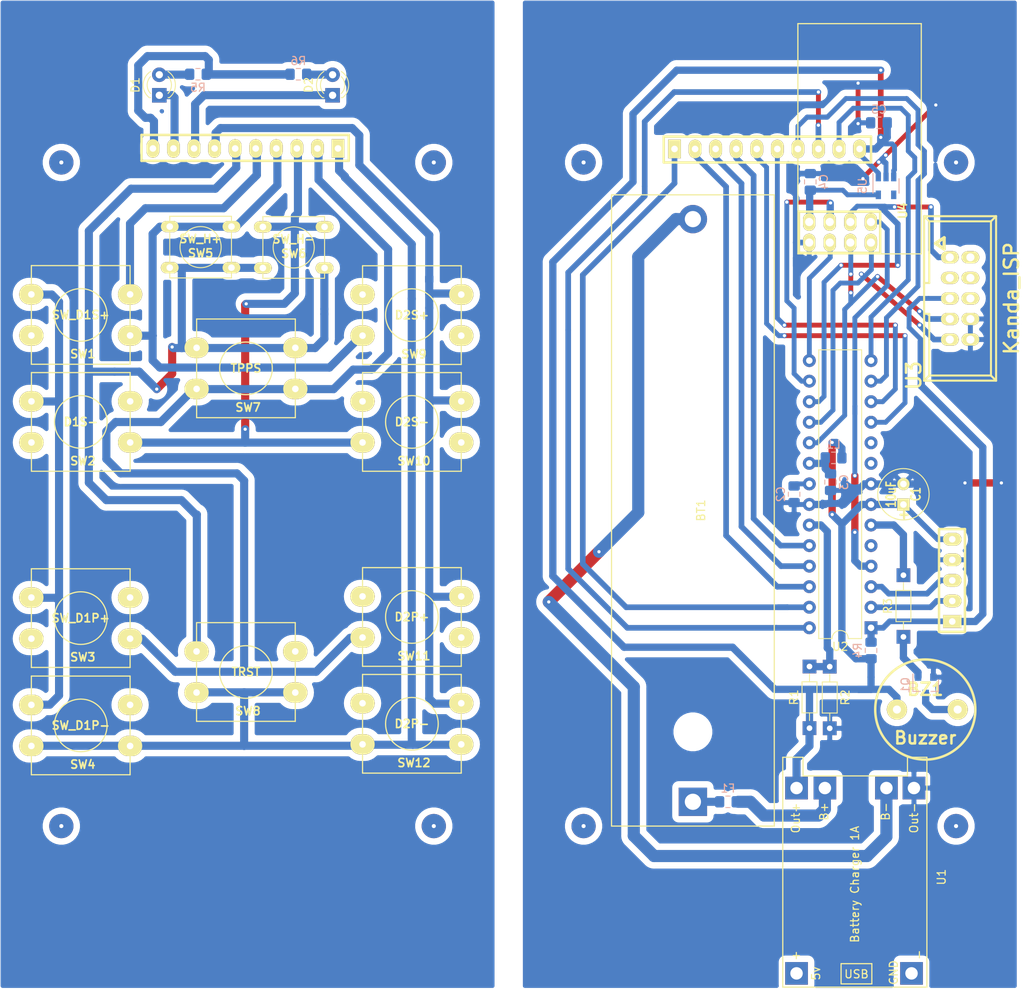
<source format=kicad_pcb>
(kicad_pcb (version 20171130) (host pcbnew 5.1.12-84ad8e8a86~92~ubuntu20.04.1)
  (layers (0 F.Cu signal) (31 B.Cu signal) (34 B.Paste user) (35 F.Paste user) (36 B.SilkS user) (37 F.SilkS user) (38 B.Mask user) (39 F.Mask user) (44 Edge.Cuts user))
  (net 0 "")
  (net 1 GND)
  (net 2 MOSI)
  (net 3 RST)
  (net 4 SCK)
  (net 5 MISO)
  (net 6 "Net-(D1-Pad2)")
  (net 7 "Net-(D2-Pad2)")
  (net 8 CE)
  (net 9 "Net-(BT1-Pad2)")
  (net 10 "Net-(BT1-Pad1)")
  (net 11 "Net-(BZ1-Pad2)")
  (net 12 VCC)
  (net 13 "Net-(C2-Pad1)")
  (net 14 "Net-(C3-Pad2)")
  (net 15 K_LED_VCC)
  (net 16 "Net-(F1-Pad1)")
  (net 17 LED_TX)
  (net 18 LED_LOW_BAT)
  (net 19 COL1)
  (net 20 COL2)
  (net 21 COL3)
  (net 22 ROW1)
  (net 23 ROW2)
  (net 24 ROW3)
  (net 25 ROW4)
  (net 26 K_ROW4)
  (net 27 K_ROW3)
  (net 28 K_ROW2)
  (net 29 K_ROW1)
  (net 30 K_COL3)
  (net 31 K_COL2)
  (net 32 K_COL1)
  (net 33 K_LED_LOW_BAT)
  (net 34 K_LED_TX)
  (net 35 RX)
  (net 36 TX)
  (net 37 "Net-(Q1-Pad1)")
  (net 38 BATTERY_ADC)
  (net 39 "Net-(R3-Pad2)")
  (net 40 CS)
  (net 41 INT0_NRF)
  (net 42 "Net-(U2-Pad5)")
  (net 43 "Net-(U2-Pad9)")
  (net 44 "Net-(U2-Pad10)")
  (net 45 "Net-(U3-Pad3)")
  (net 46 "Net-(U3-Pad4)")
  (net 47 "Net-(U3-Pad6)")
  (net 48 "Net-(U3-Pad2)")
  (net 49 "Net-(C4-Pad1)")
  (net 50 "Net-(U5-Pad4)")
  (module Capacitor_SMD:C_0805_2012Metric_Pad1.15x1.40mm_HandSolder (layer B.Cu) (at 131.975 39.6 180)
    (fp_text reference C5 (at 0 1.65) (layer B.SilkS) (effects (justify mirror)))
    (fp_text value 100nF)
    (pad 1 smd roundrect (at -1.025 0 180) (size 1.15 1.4) (layers B.Cu B.Paste B.Mask) (roundrect_rratio 0.217391) (net 12 VCC))
    (pad 2 smd roundrect (at 1.025 0 180) (size 1.15 1.4) (layers B.Cu B.Paste B.Mask) (roundrect_rratio 0.217391) (net 1 GND))
  )
  (module Package_DIP:DIP-28_W7.62mm (layer F.Cu) (at 131 102 180)
    (fp_text reference U2 (at 3.81 -2.33) (layer F.SilkS))
    (fp_text value ATmega328P-PU)
    (pad 28 thru_hole oval (at 7.62 0 180) (size 1.6 1.6) (drill 0.8) (layers *.Cu *.Mask) (net 17 LED_TX))
    (pad 14 thru_hole oval (at 0 33.02 180) (size 1.6 1.6) (drill 0.8) (layers *.Cu *.Mask) (net 18 LED_LOW_BAT))
    (pad 27 thru_hole oval (at 7.62 2.54 180) (size 1.6 1.6) (drill 0.8) (layers *.Cu *.Mask) (net 25 ROW4))
    (pad 13 thru_hole oval (at 0 30.48 180) (size 1.6 1.6) (drill 0.8) (layers *.Cu *.Mask) (net 19 COL1))
    (pad 26 thru_hole oval (at 7.62 5.08 180) (size 1.6 1.6) (drill 0.8) (layers *.Cu *.Mask) (net 24 ROW3))
    (pad 12 thru_hole oval (at 0 27.94 180) (size 1.6 1.6) (drill 0.8) (layers *.Cu *.Mask) (net 20 COL2))
    (pad 25 thru_hole oval (at 7.62 7.62 180) (size 1.6 1.6) (drill 0.8) (layers *.Cu *.Mask) (net 23 ROW2))
    (pad 11 thru_hole oval (at 0 25.4 180) (size 1.6 1.6) (drill 0.8) (layers *.Cu *.Mask) (net 21 COL3))
    (pad 24 thru_hole oval (at 7.62 10.16 180) (size 1.6 1.6) (drill 0.8) (layers *.Cu *.Mask) (net 22 ROW1))
    (pad 10 thru_hole oval (at 0 22.86 180) (size 1.6 1.6) (drill 0.8) (layers *.Cu *.Mask) (net 44 "Net-(U2-Pad10)"))
    (pad 23 thru_hole oval (at 7.62 12.7 180) (size 1.6 1.6) (drill 0.8) (layers *.Cu *.Mask) (net 38 BATTERY_ADC))
    (pad 9 thru_hole oval (at 0 20.32 180) (size 1.6 1.6) (drill 0.8) (layers *.Cu *.Mask) (net 43 "Net-(U2-Pad9)"))
    (pad 22 thru_hole oval (at 7.62 15.24 180) (size 1.6 1.6) (drill 0.8) (layers *.Cu *.Mask) (net 1 GND))
    (pad 8 thru_hole oval (at 0 17.78 180) (size 1.6 1.6) (drill 0.8) (layers *.Cu *.Mask) (net 1 GND))
    (pad 21 thru_hole oval (at 7.62 17.78 180) (size 1.6 1.6) (drill 0.8) (layers *.Cu *.Mask) (net 13 "Net-(C2-Pad1)"))
    (pad 7 thru_hole oval (at 0 15.24 180) (size 1.6 1.6) (drill 0.8) (layers *.Cu *.Mask) (net 12 VCC))
    (pad 20 thru_hole oval (at 7.62 20.32 180) (size 1.6 1.6) (drill 0.8) (layers *.Cu *.Mask) (net 14 "Net-(C3-Pad2)"))
    (pad 6 thru_hole oval (at 0 12.7 180) (size 1.6 1.6) (drill 0.8) (layers *.Cu *.Mask) (net 39 "Net-(R3-Pad2)"))
    (pad 19 thru_hole oval (at 7.62 22.86 180) (size 1.6 1.6) (drill 0.8) (layers *.Cu *.Mask) (net 4 SCK))
    (pad 5 thru_hole oval (at 0 10.16 180) (size 1.6 1.6) (drill 0.8) (layers *.Cu *.Mask) (net 42 "Net-(U2-Pad5)"))
    (pad 18 thru_hole oval (at 7.62 25.4 180) (size 1.6 1.6) (drill 0.8) (layers *.Cu *.Mask) (net 5 MISO))
    (pad 4 thru_hole oval (at 0 7.62 180) (size 1.6 1.6) (drill 0.8) (layers *.Cu *.Mask) (net 41 INT0_NRF))
    (pad 17 thru_hole oval (at 7.62 27.94 180) (size 1.6 1.6) (drill 0.8) (layers *.Cu *.Mask) (net 2 MOSI))
    (pad 3 thru_hole oval (at 0 5.08 180) (size 1.6 1.6) (drill 0.8) (layers *.Cu *.Mask) (net 36 TX))
    (pad 16 thru_hole oval (at 7.62 30.48 180) (size 1.6 1.6) (drill 0.8) (layers *.Cu *.Mask) (net 40 CS))
    (pad 2 thru_hole oval (at 0 2.54 180) (size 1.6 1.6) (drill 0.8) (layers *.Cu *.Mask) (net 35 RX))
    (pad 15 thru_hole oval (at 7.62 33.02 180) (size 1.6 1.6) (drill 0.8) (layers *.Cu *.Mask) (net 8 CE))
    (pad 1 thru_hole rect (at 0 0 180) (size 1.6 1.6) (drill 0.8) (layers *.Cu *.Mask) (net 3 RST))
  )
  (module Moje:MountingHole_3mm (layer F.Cu) (at 31 44.5 90)
    (fp_text reference H6 hide)
    (fp_text value MountingHole hide)
    (pad 1 thru_hole circle (at 0 0 90) (size 3 3) (drill 0.5) (layers *.Cu *.Mask))
  )
  (module Moje:MountingHole_3mm (layer F.Cu) (at 141.5 126.5 90)
    (fp_text reference H3 hide)
    (fp_text value MountingHole hide)
    (pad 1 thru_hole circle (at 0 0 90) (size 3 3) (drill 0.5) (layers *.Cu *.Mask))
  )
  (module Battery:BatteryHolder_MPD_BH-18650-PC2 (layer F.Cu) (at 109 123.5 90)
    (fp_text reference BT1 (at 36 1 90) (layer F.SilkS))
    (fp_text value 18650)
    (pad "" np_thru_hole circle (at 64.255 0 90) (size 3.2 3.2) (drill 3.2) (layers *.Cu *.Mask))
    (pad "" np_thru_hole circle (at 8.645 0 90) (size 3.2 3.2) (drill 3.2) (layers *.Cu *.Mask))
    (pad 1 thru_hole rect (at 0 0 90) (size 3.5 3.5) (drill 2) (layers *.Cu *.Mask) (net 10 "Net-(BT1-Pad1)"))
    (pad 2 thru_hole circle (at 72 0 90) (size 3.5 3.5) (drill 2) (layers *.Cu *.Mask) (net 9 "Net-(BT1-Pad2)"))
  )
  (module "Moje:BUZZER(7,5mm)" (layer F.Cu) (at 137.7 112.1)
    (fp_text reference BZ1 (at 0 -2.5) (layer F.SilkS) (effects (font (size 1.524 1.524) (thickness 0.3048))))
    (fp_text value Buzzer (at 0 3.5) (layer F.SilkS) (effects (font (size 1.524 1.524) (thickness 0.3048))))
    (pad 1 thru_hole circle (at -3.5 0) (size 2.49936 2.49936) (drill 1.00076) (layers *.Cu *.Mask F.SilkS) (net 12 VCC))
    (pad 2 thru_hole circle (at 4 0) (size 2.49936 2.49936) (drill 1.00076) (layers *.Cu *.Mask F.SilkS) (net 11 "Net-(BZ1-Pad2)"))
  )
  (module "Moje:C(2,5mm)" (layer F.Cu) (at 135 85.5 90)
    (fp_text reference C1 (at 0 1.524 90) (layer F.SilkS) (effects (font (size 1.143 0.889) (thickness 0.2032))))
    (fp_text value 10uF (at 0 -1.524 90) (layer F.SilkS) (effects (font (size 1.143 0.889) (thickness 0.2032))))
    (fp_text user + (at -2.54 0 90) (layer F.SilkS) (effects (font (size 1.143 1.143) (thickness 0.3048))))
    (pad 2 thru_hole circle (at 1.27 0 90) (size 1.524 1.524) (drill 0.8128) (layers *.Cu *.Mask F.SilkS) (net 1 GND))
    (pad 1 thru_hole rect (at -1.27 0 90) (size 1.524 1.524) (drill 0.8128) (layers *.Cu *.Mask F.SilkS) (net 12 VCC))
  )
  (module Capacitor_SMD:C_0805_2012Metric_Pad1.15x1.40mm_HandSolder (layer B.Cu) (at 121.5 85.5 270)
    (fp_text reference C2 (at 0 1.65 90) (layer B.SilkS) (effects (justify mirror)))
    (fp_text value 100nF)
    (pad 1 smd roundrect (at -1.025 0 270) (size 1.15 1.4) (layers B.Cu B.Paste B.Mask) (roundrect_rratio 0.217391) (net 13 "Net-(C2-Pad1)"))
    (pad 2 smd roundrect (at 1.025 0 270) (size 1.15 1.4) (layers B.Cu B.Paste B.Mask) (roundrect_rratio 0.217391) (net 1 GND))
  )
  (module Capacitor_SMD:C_0805_2012Metric_Pad1.15x1.40mm_HandSolder (layer B.Cu) (at 126 84 90)
    (fp_text reference C3 (at 0 1.65 90) (layer B.SilkS) (effects (justify mirror)))
    (fp_text value 100nF)
    (pad 2 smd roundrect (at 1.025 0 90) (size 1.15 1.4) (layers B.Cu B.Paste B.Mask) (roundrect_rratio 0.217391) (net 14 "Net-(C3-Pad2)"))
    (pad 1 smd roundrect (at -1.025 0 90) (size 1.15 1.4) (layers B.Cu B.Paste B.Mask) (roundrect_rratio 0.217391) (net 1 GND))
  )
  (module LED_THT:LED_D3.0mm (layer F.Cu) (at 43.1 36.2 90)
    (fp_text reference D1 (at 1.27 -2.96 90) (layer F.SilkS))
    (fp_text value LED_LOW_BAT)
    (pad 1 thru_hole rect (at 0 0 90) (size 1.8 1.8) (drill 0.9) (layers *.Cu *.Mask) (net 33 K_LED_LOW_BAT))
    (pad 2 thru_hole circle (at 2.54 0 90) (size 1.8 1.8) (drill 0.9) (layers *.Cu *.Mask) (net 6 "Net-(D1-Pad2)"))
  )
  (module LED_THT:LED_D3.0mm (layer F.Cu) (at 64.5 36.2 90)
    (fp_text reference D2 (at 1.27 -2.96 90) (layer F.SilkS))
    (fp_text value LED_TX)
    (pad 2 thru_hole circle (at 2.54 0 90) (size 1.8 1.8) (drill 0.9) (layers *.Cu *.Mask) (net 7 "Net-(D2-Pad2)"))
    (pad 1 thru_hole rect (at 0 0 90) (size 1.8 1.8) (drill 0.9) (layers *.Cu *.Mask) (net 34 K_LED_TX))
  )
  (module Fuse:Fuse_0805_2012Metric_Pad1.15x1.40mm_HandSolder (layer B.Cu) (at 113.325 123.5 180)
    (fp_text reference F1 (at 0 1.65) (layer B.SilkS) (effects (justify mirror)))
    (fp_text value 3A)
    (pad 2 smd roundrect (at 1.025 0 180) (size 1.15 1.4) (layers B.Cu B.Paste B.Mask) (roundrect_rratio 0.217391) (net 10 "Net-(BT1-Pad1)"))
    (pad 1 smd roundrect (at -1.025 0 180) (size 1.15 1.4) (layers B.Cu B.Paste B.Mask) (roundrect_rratio 0.217391) (net 16 "Net-(F1-Pad1)"))
  )
  (module Moje:conn_10 (layer F.Cu) (at 118.2 42.8)
    (fp_text reference J1 hide)
    (fp_text value Conn_01x10 hide)
    (pad 1 thru_hole rect (at -11.47 0.03) (size 1.5748 2.286) (drill 0.8128) (layers *.Cu *.Mask F.SilkS) (net 25 ROW4))
    (pad 2 thru_hole oval (at -8.93 0.03) (size 1.5748 2.286) (drill 0.8128) (layers *.Cu *.Mask F.SilkS) (net 24 ROW3))
    (pad 3 thru_hole oval (at -6.39 0.03) (size 1.5748 2.286) (drill 0.8128) (layers *.Cu *.Mask F.SilkS) (net 23 ROW2))
    (pad 4 thru_hole oval (at -3.85 0.03) (size 1.5748 2.286) (drill 0.8128) (layers *.Cu *.Mask F.SilkS) (net 22 ROW1))
    (pad 5 thru_hole oval (at -1.31 0.03) (size 1.5748 2.286) (drill 0.8128) (layers *.Cu *.Mask F.SilkS) (net 21 COL3))
    (pad 6 thru_hole oval (at 1.23 0.03) (size 1.5748 2.286) (drill 0.8128) (layers *.Cu *.Mask F.SilkS) (net 20 COL2))
    (pad 7 thru_hole oval (at 3.77 0.03) (size 1.5748 2.286) (drill 0.8128) (layers *.Cu *.Mask F.SilkS) (net 19 COL1))
    (pad 8 thru_hole oval (at 6.31 0.03) (size 1.5748 2.286) (drill 0.8128) (layers *.Cu *.Mask F.SilkS) (net 17 LED_TX))
    (pad 9 thru_hole oval (at 8.85 0.03) (size 1.5748 2.286) (drill 0.8128) (layers *.Cu *.Mask F.SilkS) (net 18 LED_LOW_BAT))
    (pad 10 thru_hole oval (at 11.39 0.03) (size 1.5748 2.286) (drill 0.8128) (layers *.Cu *.Mask F.SilkS) (net 12 VCC))
  )
  (module Moje:conn_10 (layer F.Cu) (at 53.7 42.8 180)
    (fp_text reference J2 hide)
    (fp_text value Conn_01x10 hide)
    (pad 10 thru_hole oval (at 11.39 0.03 180) (size 1.5748 2.286) (drill 0.8128) (layers *.Cu *.Mask F.SilkS) (net 15 K_LED_VCC))
    (pad 9 thru_hole oval (at 8.85 0.03 180) (size 1.5748 2.286) (drill 0.8128) (layers *.Cu *.Mask F.SilkS) (net 33 K_LED_LOW_BAT))
    (pad 8 thru_hole oval (at 6.31 0.03 180) (size 1.5748 2.286) (drill 0.8128) (layers *.Cu *.Mask F.SilkS) (net 34 K_LED_TX))
    (pad 7 thru_hole oval (at 3.77 0.03 180) (size 1.5748 2.286) (drill 0.8128) (layers *.Cu *.Mask F.SilkS) (net 32 K_COL1))
    (pad 6 thru_hole oval (at 1.23 0.03 180) (size 1.5748 2.286) (drill 0.8128) (layers *.Cu *.Mask F.SilkS) (net 31 K_COL2))
    (pad 5 thru_hole oval (at -1.31 0.03 180) (size 1.5748 2.286) (drill 0.8128) (layers *.Cu *.Mask F.SilkS) (net 30 K_COL3))
    (pad 4 thru_hole oval (at -3.85 0.03 180) (size 1.5748 2.286) (drill 0.8128) (layers *.Cu *.Mask F.SilkS) (net 29 K_ROW1))
    (pad 3 thru_hole oval (at -6.39 0.03 180) (size 1.5748 2.286) (drill 0.8128) (layers *.Cu *.Mask F.SilkS) (net 28 K_ROW2))
    (pad 2 thru_hole oval (at -8.93 0.03 180) (size 1.5748 2.286) (drill 0.8128) (layers *.Cu *.Mask F.SilkS) (net 27 K_ROW3))
    (pad 1 thru_hole rect (at -11.47 0.03 180) (size 1.5748 2.286) (drill 0.8128) (layers *.Cu *.Mask F.SilkS) (net 26 K_ROW4))
  )
  (module Moje:conn_5 (layer F.Cu) (at 141 96 90)
    (fp_text reference J3 hide)
    (fp_text value Conn_01x05 hide)
    (pad 5 thru_hole oval (at 4.94 0.03 90) (size 1.5748 2.286) (drill 0.8128) (layers *.Cu *.Mask F.SilkS) (net 12 VCC))
    (pad 4 thru_hole oval (at 2.4 0.03 90) (size 1.5748 2.286) (drill 0.8128) (layers *.Cu *.Mask F.SilkS) (net 1 GND))
    (pad 3 thru_hole oval (at -0.14 0.03 90) (size 1.5748 2.286) (drill 0.8128) (layers *.Cu *.Mask F.SilkS) (net 36 TX))
    (pad 2 thru_hole oval (at -2.68 0.03 90) (size 1.5748 2.286) (drill 0.8128) (layers *.Cu *.Mask F.SilkS) (net 35 RX))
    (pad 1 thru_hole rect (at -5.22 0.03 90) (size 1.5748 2.286) (drill 0.8128) (layers *.Cu *.Mask F.SilkS) (net 3 RST))
  )
  (module Inductor_SMD:L_0805_2012Metric_Pad1.15x1.40mm_HandSolder (layer B.Cu) (at 126.375 81 180)
    (fp_text reference L1 (at 0 1.65) (layer B.SilkS) (effects (justify mirror)))
    (fp_text value 10uH)
    (pad 2 smd roundrect (at 1.025 0 180) (size 1.15 1.4) (layers B.Cu B.Paste B.Mask) (roundrect_rratio 0.217391) (net 14 "Net-(C3-Pad2)"))
    (pad 1 smd roundrect (at -1.025 0 180) (size 1.15 1.4) (layers B.Cu B.Paste B.Mask) (roundrect_rratio 0.217391) (net 12 VCC))
  )
  (module Package_TO_SOT_SMD:SOT-23 (layer B.Cu) (at 137.75 109.1 270)
    (fp_text reference Q1 (at 0 2.5 90) (layer B.SilkS) (effects (justify mirror)))
    (fp_text value BC817)
    (pad 3 smd rect (at 1 0 270) (size 0.9 0.8) (layers B.Cu B.Paste B.Mask) (net 11 "Net-(BZ1-Pad2)"))
    (pad 2 smd rect (at -1 -0.95 270) (size 0.9 0.8) (layers B.Cu B.Paste B.Mask) (net 1 GND))
    (pad 1 smd rect (at -1 0.95 270) (size 0.9 0.8) (layers B.Cu B.Paste B.Mask) (net 37 "Net-(Q1-Pad1)"))
  )
  (module Moje:R_MY_DIN0204_L3.6mm_D1.6mm_P7.62mm (layer F.Cu) (at 123.4 114.4 90)
    (fp_text reference R1 (at 3.81 -1.92 90) (layer F.SilkS))
    (fp_text value 250k)
    (pad 1 thru_hole rect (at 0 0 90) (size 1.7 1.7) (drill 0.7) (layers *.Cu *.Mask) (net 12 VCC))
    (pad 2 thru_hole rect (at 7.62 0 90) (size 1.7 1.7) (drill 0.7) (layers *.Cu *.Mask) (net 38 BATTERY_ADC))
  )
  (module Moje:R_MY_DIN0204_L3.6mm_D1.6mm_P7.62mm (layer F.Cu) (at 125.9 106.8 270)
    (fp_text reference R2 (at 3.81 -1.92 90) (layer F.SilkS))
    (fp_text value 47k)
    (pad 1 thru_hole rect (at 0 0 270) (size 1.7 1.7) (drill 0.7) (layers *.Cu *.Mask) (net 38 BATTERY_ADC))
    (pad 2 thru_hole rect (at 7.62 0 270) (size 1.7 1.7) (drill 0.7) (layers *.Cu *.Mask) (net 1 GND))
  )
  (module Moje:R_MY_DIN0204_L3.6mm_D1.6mm_P7.62mm (layer F.Cu) (at 135 103.12 90)
    (fp_text reference R3 (at 3.81 -1.92 90) (layer F.SilkS))
    (fp_text value 1k)
    (pad 2 thru_hole rect (at 7.62 0 90) (size 1.7 1.7) (drill 0.7) (layers *.Cu *.Mask) (net 39 "Net-(R3-Pad2)"))
    (pad 1 thru_hole rect (at 0 0 90) (size 1.7 1.7) (drill 0.7) (layers *.Cu *.Mask) (net 37 "Net-(Q1-Pad1)"))
  )
  (module Capacitor_SMD:C_0805_2012Metric_Pad1.15x1.40mm_HandSolder (layer B.Cu) (at 47.875 33.6)
    (fp_text reference R5 (at 0 1.65) (layer B.SilkS) (effects (justify mirror)))
    (fp_text value 100R)
    (pad 2 smd roundrect (at 1.025 0) (size 1.15 1.4) (layers B.Cu B.Paste B.Mask) (roundrect_rratio 0.217391) (net 15 K_LED_VCC))
    (pad 1 smd roundrect (at -1.025 0) (size 1.15 1.4) (layers B.Cu B.Paste B.Mask) (roundrect_rratio 0.217391) (net 6 "Net-(D1-Pad2)"))
  )
  (module Capacitor_SMD:C_0805_2012Metric_Pad1.15x1.40mm_HandSolder (layer B.Cu) (at 60.275 33.6 180)
    (fp_text reference R6 (at 0 1.65) (layer B.SilkS) (effects (justify mirror)))
    (fp_text value 100R)
    (pad 1 smd roundrect (at -1.025 0 180) (size 1.15 1.4) (layers B.Cu B.Paste B.Mask) (roundrect_rratio 0.217391) (net 7 "Net-(D2-Pad2)"))
    (pad 2 smd roundrect (at 1.025 0 180) (size 1.15 1.4) (layers B.Cu B.Paste B.Mask) (roundrect_rratio 0.217391) (net 15 K_LED_VCC))
  )
  (module "Moje:SW_SMALL(12X12)" (layer F.Cu) (at 33.396 63.34)
    (fp_text reference SW1 (at 0.254 4.826) (layer F.SilkS) (effects (font (size 1.016 1.016) (thickness 0.2032))))
    (fp_text value SW_D1S+ (at 0 0) (layer F.SilkS) (effects (font (size 1.016 1.016) (thickness 0.2032))))
    (pad 1 thru_hole oval (at 6.096 -2.54) (size 3 2.5) (drill 0.8128) (layers *.Cu *.Mask F.SilkS) (net 30 K_COL3))
    (pad 2 thru_hole oval (at 6.096 2.54) (size 3 2.5) (drill 0.8128) (layers *.Cu *.Mask F.SilkS) (net 29 K_ROW1))
    (pad 1 thru_hole oval (at -6.096 -2.54) (size 3 2.5) (drill 0.8128) (layers *.Cu *.Mask F.SilkS) (net 30 K_COL3))
    (pad 2 thru_hole oval (at -6.096 2.54) (size 3 2.5) (drill 0.8128) (layers *.Cu *.Mask F.SilkS) (net 29 K_ROW1))
  )
  (module "Moje:SW_SMALL(12X12)" (layer F.Cu) (at 33.404 76.56)
    (fp_text reference SW2 (at 0.254 4.826) (layer F.SilkS) (effects (font (size 1.016 1.016) (thickness 0.2032))))
    (fp_text value D1S- (at 0 0) (layer F.SilkS) (effects (font (size 1.016 1.016) (thickness 0.2032))))
    (pad 2 thru_hole oval (at -6.096 2.54) (size 3 2.5) (drill 0.8128) (layers *.Cu *.Mask F.SilkS) (net 28 K_ROW2))
    (pad 1 thru_hole oval (at -6.096 -2.54) (size 3 2.5) (drill 0.8128) (layers *.Cu *.Mask F.SilkS) (net 30 K_COL3))
    (pad 2 thru_hole oval (at 6.096 2.54) (size 3 2.5) (drill 0.8128) (layers *.Cu *.Mask F.SilkS) (net 28 K_ROW2))
    (pad 1 thru_hole oval (at 6.096 -2.54) (size 3 2.5) (drill 0.8128) (layers *.Cu *.Mask F.SilkS) (net 30 K_COL3))
  )
  (module "Moje:SW_SMALL(12X12)" (layer F.Cu) (at 33.396 100.8)
    (fp_text reference SW3 (at 0.254 4.826) (layer F.SilkS) (effects (font (size 1.016 1.016) (thickness 0.2032))))
    (fp_text value SW_D1P+ (at 0 0) (layer F.SilkS) (effects (font (size 1.016 1.016) (thickness 0.2032))))
    (pad 1 thru_hole oval (at 6.096 -2.54) (size 3 2.5) (drill 0.8128) (layers *.Cu *.Mask F.SilkS) (net 30 K_COL3))
    (pad 2 thru_hole oval (at 6.096 2.54) (size 3 2.5) (drill 0.8128) (layers *.Cu *.Mask F.SilkS) (net 27 K_ROW3))
    (pad 1 thru_hole oval (at -6.096 -2.54) (size 3 2.5) (drill 0.8128) (layers *.Cu *.Mask F.SilkS) (net 30 K_COL3))
    (pad 2 thru_hole oval (at -6.096 2.54) (size 3 2.5) (drill 0.8128) (layers *.Cu *.Mask F.SilkS) (net 27 K_ROW3))
  )
  (module "Moje:SW_SMALL(12X12)" (layer F.Cu) (at 33.396 114.06)
    (fp_text reference SW4 (at 0.254 4.826) (layer F.SilkS) (effects (font (size 1.016 1.016) (thickness 0.2032))))
    (fp_text value SW_D1P- (at 0 0) (layer F.SilkS) (effects (font (size 1.016 1.016) (thickness 0.2032))))
    (pad 2 thru_hole oval (at -6.096 2.54) (size 3 2.5) (drill 0.8128) (layers *.Cu *.Mask F.SilkS) (net 26 K_ROW4))
    (pad 1 thru_hole oval (at -6.096 -2.54) (size 3 2.5) (drill 0.8128) (layers *.Cu *.Mask F.SilkS) (net 30 K_COL3))
    (pad 2 thru_hole oval (at 6.096 2.54) (size 3 2.5) (drill 0.8128) (layers *.Cu *.Mask F.SilkS) (net 26 K_ROW4))
    (pad 1 thru_hole oval (at 6.096 -2.54) (size 3 2.5) (drill 0.8128) (layers *.Cu *.Mask F.SilkS) (net 30 K_COL3))
  )
  (module "Moje:SW_SMALL(6X6)" (layer F.Cu) (at 48.2 54.96 180)
    (fp_text reference SW5 (at 0 -0.762) (layer F.SilkS) (effects (font (size 1.016 1.016) (thickness 0.2032))))
    (fp_text value SW_H+ (at 0 1.016) (layer F.SilkS) (effects (font (size 1.016 1.016) (thickness 0.2032))))
    (pad 1 thru_hole oval (at 3.81 -2.54 180) (size 2.2 1.397) (drill 0.8128) (layers *.Cu *.Mask F.SilkS) (net 31 K_COL2))
    (pad 2 thru_hole oval (at 3.81 2.54 180) (size 2.2 1.397) (drill 0.8128) (layers *.Cu *.Mask F.SilkS) (net 29 K_ROW1))
    (pad 1 thru_hole oval (at -3.81 -2.54 180) (size 2.2 1.397) (drill 0.8128) (layers *.Cu *.Mask F.SilkS) (net 31 K_COL2))
    (pad 2 thru_hole oval (at -3.81 2.54 180) (size 2.2 1.397) (drill 0.8128) (layers *.Cu *.Mask F.SilkS) (net 29 K_ROW1))
  )
  (module "Moje:SW_SMALL(6X6)" (layer F.Cu) (at 59.7 55 180)
    (fp_text reference SW6 (at 0 -0.762) (layer F.SilkS) (effects (font (size 1.016 1.016) (thickness 0.2032))))
    (fp_text value SW_H- (at 0 1.016) (layer F.SilkS) (effects (font (size 1.016 1.016) (thickness 0.2032))))
    (pad 2 thru_hole oval (at -3.81 2.54 180) (size 2.2 1.397) (drill 0.8128) (layers *.Cu *.Mask F.SilkS) (net 28 K_ROW2))
    (pad 1 thru_hole oval (at -3.81 -2.54 180) (size 2.2 1.397) (drill 0.8128) (layers *.Cu *.Mask F.SilkS) (net 31 K_COL2))
    (pad 2 thru_hole oval (at 3.81 2.54 180) (size 2.2 1.397) (drill 0.8128) (layers *.Cu *.Mask F.SilkS) (net 28 K_ROW2))
    (pad 1 thru_hole oval (at 3.81 -2.54 180) (size 2.2 1.397) (drill 0.8128) (layers *.Cu *.Mask F.SilkS) (net 31 K_COL2))
  )
  (module "Moje:SW_SMALL(12X12)" (layer F.Cu) (at 53.804 69.94)
    (fp_text reference SW7 (at 0.254 4.826) (layer F.SilkS) (effects (font (size 1.016 1.016) (thickness 0.2032))))
    (fp_text value TPPS (at 0 0) (layer F.SilkS) (effects (font (size 1.016 1.016) (thickness 0.2032))))
    (pad 1 thru_hole oval (at 6.096 -2.54) (size 3 2.5) (drill 0.8128) (layers *.Cu *.Mask F.SilkS) (net 31 K_COL2))
    (pad 2 thru_hole oval (at 6.096 2.54) (size 3 2.5) (drill 0.8128) (layers *.Cu *.Mask F.SilkS) (net 27 K_ROW3))
    (pad 1 thru_hole oval (at -6.096 -2.54) (size 3 2.5) (drill 0.8128) (layers *.Cu *.Mask F.SilkS) (net 31 K_COL2))
    (pad 2 thru_hole oval (at -6.096 2.54) (size 3 2.5) (drill 0.8128) (layers *.Cu *.Mask F.SilkS) (net 27 K_ROW3))
  )
  (module "Moje:SW_SMALL(12X12)" (layer F.Cu) (at 53.796 107.46)
    (fp_text reference SW8 (at 0.254 4.826) (layer F.SilkS) (effects (font (size 1.016 1.016) (thickness 0.2032))))
    (fp_text value TRST (at 0 0) (layer F.SilkS) (effects (font (size 1.016 1.016) (thickness 0.2032))))
    (pad 2 thru_hole oval (at -6.096 2.54) (size 3 2.5) (drill 0.8128) (layers *.Cu *.Mask F.SilkS) (net 26 K_ROW4))
    (pad 1 thru_hole oval (at -6.096 -2.54) (size 3 2.5) (drill 0.8128) (layers *.Cu *.Mask F.SilkS) (net 31 K_COL2))
    (pad 2 thru_hole oval (at 6.096 2.54) (size 3 2.5) (drill 0.8128) (layers *.Cu *.Mask F.SilkS) (net 26 K_ROW4))
    (pad 1 thru_hole oval (at 6.096 -2.54) (size 3 2.5) (drill 0.8128) (layers *.Cu *.Mask F.SilkS) (net 31 K_COL2))
  )
  (module "Moje:SW_SMALL(12X12)" (layer F.Cu) (at 74.296 63.36)
    (fp_text reference SW9 (at 0.254 4.826) (layer F.SilkS) (effects (font (size 1.016 1.016) (thickness 0.2032))))
    (fp_text value D2S+ (at 0 0) (layer F.SilkS) (effects (font (size 1.016 1.016) (thickness 0.2032))))
    (pad 1 thru_hole oval (at 6.096 -2.54) (size 3 2.5) (drill 0.8128) (layers *.Cu *.Mask F.SilkS) (net 32 K_COL1))
    (pad 2 thru_hole oval (at 6.096 2.54) (size 3 2.5) (drill 0.8128) (layers *.Cu *.Mask F.SilkS) (net 29 K_ROW1))
    (pad 1 thru_hole oval (at -6.096 -2.54) (size 3 2.5) (drill 0.8128) (layers *.Cu *.Mask F.SilkS) (net 32 K_COL1))
    (pad 2 thru_hole oval (at -6.096 2.54) (size 3 2.5) (drill 0.8128) (layers *.Cu *.Mask F.SilkS) (net 29 K_ROW1))
  )
  (module "Moje:SW_SMALL(12X12)" (layer F.Cu) (at 74.296 76.56)
    (fp_text reference SW10 (at 0.254 4.826) (layer F.SilkS) (effects (font (size 1.016 1.016) (thickness 0.2032))))
    (fp_text value D2S- (at 0 0) (layer F.SilkS) (effects (font (size 1.016 1.016) (thickness 0.2032))))
    (pad 2 thru_hole oval (at -6.096 2.54) (size 3 2.5) (drill 0.8128) (layers *.Cu *.Mask F.SilkS) (net 28 K_ROW2))
    (pad 1 thru_hole oval (at -6.096 -2.54) (size 3 2.5) (drill 0.8128) (layers *.Cu *.Mask F.SilkS) (net 32 K_COL1))
    (pad 2 thru_hole oval (at 6.096 2.54) (size 3 2.5) (drill 0.8128) (layers *.Cu *.Mask F.SilkS) (net 28 K_ROW2))
    (pad 1 thru_hole oval (at 6.096 -2.54) (size 3 2.5) (drill 0.8128) (layers *.Cu *.Mask F.SilkS) (net 32 K_COL1))
  )
  (module "Moje:SW_SMALL(12X12)" (layer F.Cu) (at 74.296 100.66)
    (fp_text reference SW11 (at 0.254 4.826) (layer F.SilkS) (effects (font (size 1.016 1.016) (thickness 0.2032))))
    (fp_text value D2P+ (at 0 0) (layer F.SilkS) (effects (font (size 1.016 1.016) (thickness 0.2032))))
    (pad 1 thru_hole oval (at 6.096 -2.54) (size 3 2.5) (drill 0.8128) (layers *.Cu *.Mask F.SilkS) (net 32 K_COL1))
    (pad 2 thru_hole oval (at 6.096 2.54) (size 3 2.5) (drill 0.8128) (layers *.Cu *.Mask F.SilkS) (net 27 K_ROW3))
    (pad 1 thru_hole oval (at -6.096 -2.54) (size 3 2.5) (drill 0.8128) (layers *.Cu *.Mask F.SilkS) (net 32 K_COL1))
    (pad 2 thru_hole oval (at -6.096 2.54) (size 3 2.5) (drill 0.8128) (layers *.Cu *.Mask F.SilkS) (net 27 K_ROW3))
  )
  (module "Moje:SW_SMALL(12X12)" (layer F.Cu) (at 74.296 113.86)
    (fp_text reference SW12 (at 0.254 4.826) (layer F.SilkS) (effects (font (size 1.016 1.016) (thickness 0.2032))))
    (fp_text value D2P- (at 0 0) (layer F.SilkS) (effects (font (size 1.016 1.016) (thickness 0.2032))))
    (pad 2 thru_hole oval (at -6.096 2.54) (size 3 2.5) (drill 0.8128) (layers *.Cu *.Mask F.SilkS) (net 26 K_ROW4))
    (pad 1 thru_hole oval (at -6.096 -2.54) (size 3 2.5) (drill 0.8128) (layers *.Cu *.Mask F.SilkS) (net 32 K_COL1))
    (pad 2 thru_hole oval (at 6.096 2.54) (size 3 2.5) (drill 0.8128) (layers *.Cu *.Mask F.SilkS) (net 26 K_ROW4))
    (pad 1 thru_hole oval (at 6.096 -2.54) (size 3 2.5) (drill 0.8128) (layers *.Cu *.Mask F.SilkS) (net 32 K_COL1))
  )
  (module Moje:KANDA_ISP (layer F.Cu) (at 142 61.3 90)
    (fp_text reference U3 (at -9.525 -5.715 270) (layer F.SilkS) (effects (font (size 1.778 1.778) (thickness 0.3))))
    (fp_text value Kanda_ISP (at 0 6.35 270) (layer F.SilkS) (effects (font (size 1.778 1.778) (thickness 0.3))))
    (pad 10 thru_hole oval (at -5.08 1.27 270) (size 1.50622 2.2) (drill 0.99822) (layers *.Cu F.Paste F.SilkS F.Mask) (net 1 GND))
    (pad 9 thru_hole oval (at -5.08 -1.27 270) (size 1.50622 2.2) (drill 0.99822) (layers *.Cu F.Paste F.SilkS F.Mask) (net 5 MISO))
    (pad 8 thru_hole oval (at -2.54 1.27 270) (size 1.50622 2.2) (drill 0.99822) (layers *.Cu F.Paste F.SilkS F.Mask) (net 1 GND))
    (pad 7 thru_hole oval (at -2.54 -1.27 270) (size 1.50622 2.2) (drill 0.99822) (layers *.Cu F.Paste F.SilkS F.Mask) (net 4 SCK))
    (pad 6 thru_hole oval (at 0 1.27 270) (size 1.50622 2.2) (drill 0.99822) (layers *.Cu F.Paste F.SilkS F.Mask) (net 47 "Net-(U3-Pad6)"))
    (pad 5 thru_hole oval (at 0 -1.27 270) (size 1.50622 2.2) (drill 0.99822) (layers *.Cu F.Paste F.SilkS F.Mask) (net 3 RST))
    (pad 4 thru_hole oval (at 2.54 1.27 270) (size 1.50622 2.2) (drill 0.99822) (layers *.Cu F.Paste F.SilkS F.Mask) (net 46 "Net-(U3-Pad4)"))
    (pad 3 thru_hole oval (at 2.54 -1.27 270) (size 1.50622 2.2) (drill 0.99822) (layers *.Cu F.Paste F.SilkS F.Mask) (net 45 "Net-(U3-Pad3)"))
    (pad 2 thru_hole oval (at 5.08 1.27 270) (size 1.50622 2.2) (drill 0.99822) (layers *.Cu F.Paste F.SilkS F.Mask) (net 48 "Net-(U3-Pad2)"))
    (pad 1 thru_hole oval (at 5.08 -1.27 270) (size 1.50622 2.2) (drill 0.99822) (layers *.Cu F.Paste F.SilkS F.Mask) (net 2 MOSI))
  )
  (module Moje:MountingHole_3mm (layer F.Cu) (at 95.5 126.5 90)
    (fp_text reference H1 hide)
    (fp_text value MountingHole hide)
    (pad 1 thru_hole circle (at 0 0 90) (size 3 3) (drill 0.5) (layers *.Cu *.Mask))
  )
  (module Moje:MountingHole_3mm (layer F.Cu) (at 95.5 44.5 90)
    (fp_text reference H2 hide)
    (fp_text value MountingHole hide)
    (pad 1 thru_hole circle (at 0 0 90) (size 3 3) (drill 0.5) (layers *.Cu *.Mask))
  )
  (module Moje:MountingHole_3mm (layer F.Cu) (at 141.5 44.5 90)
    (fp_text reference H4 hide)
    (fp_text value MountingHole hide)
    (pad 1 thru_hole circle (at 0 0 90) (size 3 3) (drill 0.5) (layers *.Cu *.Mask))
  )
  (module Moje:MountingHole_3mm (layer F.Cu) (at 31 126.5 90)
    (fp_text reference H5 hide)
    (fp_text value MountingHole hide)
    (pad 1 thru_hole circle (at 0 0 90) (size 3 3) (drill 0.5) (layers *.Cu *.Mask))
  )
  (module Moje:MountingHole_3mm (layer F.Cu) (at 77 126.5 90)
    (fp_text reference H7 hide)
    (fp_text value MountingHole hide)
    (pad 1 thru_hole circle (at 0 0 90) (size 3 3) (drill 0.5) (layers *.Cu *.Mask))
  )
  (module Moje:MountingHole_3mm (layer F.Cu) (at 77 44.5 90)
    (fp_text reference H8 hide)
    (fp_text value MountingHole hide)
    (pad 1 thru_hole circle (at 0 0 90) (size 3 3) (drill 0.5) (layers *.Cu *.Mask))
  )
  (module Capacitor_SMD:C_0805_2012Metric_Pad1.15x1.40mm_HandSolder (layer B.Cu) (at 123.5 46.9 90)
    (fp_text reference C4 (at 0 1.65 90) (layer B.SilkS) (effects (justify mirror)))
    (fp_text value 2,2uF)
    (pad 1 smd roundrect (at -1.025 0 90) (size 1.15 1.4) (layers B.Cu B.Paste B.Mask) (roundrect_rratio 0.217391) (net 49 "Net-(C4-Pad1)"))
    (pad 2 smd roundrect (at 1.025 0 90) (size 1.15 1.4) (layers B.Cu B.Paste B.Mask) (roundrect_rratio 0.217391) (net 1 GND))
  )
  (module Resistor_SMD:R_0805_2012Metric_Pad1.15x1.40mm_HandSolder (layer B.Cu) (at 131 104.8 270)
    (fp_text reference R4 (at 0 1.65 90) (layer B.SilkS) (effects (justify mirror)))
    (fp_text value 10k)
    (pad 1 smd roundrect (at -1.025 0 270) (size 1.15 1.4) (layers B.Cu B.Paste B.Mask) (roundrect_rratio 0.217391) (net 3 RST))
    (pad 2 smd roundrect (at 1.025 0 270) (size 1.15 1.4) (layers B.Cu B.Paste B.Mask) (roundrect_rratio 0.217391) (net 12 VCC))
  )
  (module Moje:TP4056-18650 (layer F.Cu) (at 120.1 146.4 90)
    (fp_text reference U1 (at 13.6 19.6 90) (layer F.SilkS))
    (fp_text value TP4056_module_with_protection)
    (fp_text user + (at 3.9 1.6 90) (layer F.SilkS))
    (fp_text user - (at 4 16.8 90) (layer F.SilkS))
    (fp_text user USB (at 1.6 9.1) (layer F.SilkS))
    (fp_text user Out- (at 20.9 16.2 90) (layer F.SilkS))
    (fp_text user Out+ (at 20.9 1.6 90) (layer F.SilkS))
    (fp_text user B- (at 21.7 12.7 90) (layer F.SilkS))
    (fp_text user B+ (at 21.7 5.1 90) (layer F.SilkS))
    (fp_text user 5v (at 1.7 4.1 90) (layer F.SilkS))
    (fp_text user GND (at 1.8 13.7 90) (layer F.SilkS))
    (fp_text user "Battery Charger 1A" (at 12.7 8.9 90) (layer F.SilkS))
    (pad "" thru_hole rect (at 1.7 1.7 90) (size 2.8 2.8) (drill 1.54) (layers *.Cu *.Mask))
    (pad "" thru_hole rect (at 1.7 15.9 90) (size 2.8 2.8) (drill 1.54) (layers *.Cu *.Mask))
    (pad 4 thru_hole rect (at 24.6 1.7 90) (size 2.8 2.8) (drill 1.54) (layers *.Cu *.Mask) (net 12 VCC))
    (pad 1 thru_hole rect (at 24.6 16.2 90) (size 2.8 2.8) (drill 1.54) (layers *.Cu *.Mask) (net 1 GND))
    (pad 3 thru_hole rect (at 24.6 5.2 90) (size 2.8 2.8) (drill 1.54) (layers *.Cu *.Mask) (net 16 "Net-(F1-Pad1)"))
    (pad 2 thru_hole rect (at 24.6 12.8 90) (size 2.8 2.8) (drill 1.54) (layers *.Cu *.Mask) (net 9 "Net-(BT1-Pad2)"))
  )
  (module Package_TO_SOT_SMD:SOT-23-5 (layer B.Cu) (at 132.85 47.4 270)
    (fp_text reference U5 (at 0 2.9 90) (layer B.SilkS) (effects (justify mirror)))
    (fp_text value LP2980IM5-30_NOPB)
    (pad 1 smd rect (at -1.1 0.95 270) (size 1.06 0.65) (layers B.Cu B.Paste B.Mask) (net 12 VCC))
    (pad 2 smd rect (at -1.1 0 270) (size 1.06 0.65) (layers B.Cu B.Paste B.Mask) (net 1 GND))
    (pad 3 smd rect (at -1.1 -0.95 270) (size 1.06 0.65) (layers B.Cu B.Paste B.Mask) (net 12 VCC))
    (pad 4 smd rect (at 1.1 -0.95 270) (size 1.06 0.65) (layers B.Cu B.Paste B.Mask) (net 50 "Net-(U5-Pad4)"))
    (pad 5 smd rect (at 1.1 0.95 270) (size 1.06 0.65) (layers B.Cu B.Paste B.Mask) (net 49 "Net-(C4-Pad1)"))
  )
  (module Moje:NRF24l01 (layer F.Cu) (at 127.3 53 270)
    (fp_text reference U4 (at -2.54 -7.62 270) (layer F.SilkS) (effects (font (size 1.016 1.016) (thickness 0.2032))))
    (fp_text value NRF24l01 hide)
    (pad 1 thru_hole oval (at 1.397 3.937) (size 1.524 2.2) (drill 1.016) (layers *.Cu *.Mask F.SilkS) (net 1 GND))
    (pad 2 thru_hole oval (at -1.143 3.937) (size 1.524 2.2) (drill 1.016) (layers *.Cu *.Mask F.SilkS) (net 49 "Net-(C4-Pad1)"))
    (pad 3 thru_hole oval (at 1.397 1.397) (size 1.524 2.2) (drill 1.016) (layers *.Cu *.Mask F.SilkS) (net 8 CE))
    (pad 4 thru_hole oval (at -1.143 1.397) (size 1.524 2.2) (drill 1.016) (layers *.Cu *.Mask F.SilkS) (net 40 CS))
    (pad 5 thru_hole oval (at 1.397 -1.143) (size 1.524 2.2) (drill 1.016) (layers *.Cu *.Mask F.SilkS) (net 4 SCK))
    (pad 6 thru_hole oval (at -1.143 -1.143) (size 1.524 2.2) (drill 1.016) (layers *.Cu *.Mask F.SilkS) (net 2 MOSI))
    (pad 7 thru_hole oval (at 1.397 -3.683) (size 1.524 2.2) (drill 1.016) (layers *.Cu *.Mask F.SilkS) (net 5 MISO))
    (pad 8 thru_hole oval (at -1.143 -3.683) (size 1.524 2.2) (drill 1.016) (layers *.Cu *.Mask F.SilkS) (net 41 INT0_NRF))
  )
  (segment (start 126 85.025) (end 126 86.5) (width 0.6) (layer B.Cu) (net 1))
  (segment (start 126 86.5) (end 126.2 86.7) (width 0.6) (layer B.Cu) (net 1))
  (segment (start 126.14 86.76) (end 126.2 86.7) (width 0.6) (layer B.Cu) (net 1))
  (segment (start 125.34 86.76) (end 127.64 86.76) (width 0.6) (layer B.Cu) (net 1))
  (segment (start 125.34 86.76) (end 126.14 86.76) (width 0.6) (layer B.Cu) (net 1))
  (segment (start 121.735 86.76) (end 121.5 86.525) (width 0.6) (layer B.Cu) (net 1))
  (segment (start 123.38 86.76) (end 121.735 86.76) (width 0.6) (layer B.Cu) (net 1))
  (segment (start 134.99 84.22) (end 135 84.23) (width 0.9) (layer B.Cu) (net 1))
  (segment (start 142.6 84.1) (end 141.47 84.23) (width 0.9) (layer B.Cu) (net 1))
  (via (at 142.6 84.1) (size 0.6) (drill 0.4) (layers F.Cu B.Cu) (net 1))
  (segment (start 142.6 84.1) (end 147.1 84.1) (width 0.9) (layer F.Cu) (net 1))
  (via (at 147.1 84.1) (size 0.6) (drill 0.4) (layers F.Cu B.Cu) (net 1))
  (segment (start 131.01 84.23) (end 131 84.22) (width 0.9) (layer B.Cu) (net 1))
  (segment (start 141.47 84.23) (end 135.87 84.23) (width 0.9) (layer B.Cu) (net 1))
  (segment (start 135.87 84.23) (end 135 84.23) (width 0.9) (layer B.Cu) (net 1))
  (segment (start 130.18 84.22) (end 127.64 86.76) (width 0.9) (layer B.Cu) (net 1))
  (segment (start 131 84.22) (end 130.18 84.22) (width 0.9) (layer B.Cu) (net 1))
  (segment (start 123.38 86.76) (end 125.34 86.76) (width 0.9) (layer B.Cu) (net 1))
  (segment (start 135.87 84.23) (end 131.01 84.23) (width 0.9) (layer B.Cu) (net 1))
  (segment (start 121.7 56.3) (end 121.7 60.8) (width 0.7) (layer B.Cu) (net 1))
  (segment (start 121.7 56.3) (end 121.7 57.3) (width 0.7) (layer B.Cu) (net 1))
  (segment (start 121.7 60.8) (end 122 61.1) (width 0.7) (layer B.Cu) (net 1))
  (segment (start 121.703 54.397) (end 121.7 54.4) (width 0.7) (layer B.Cu) (net 1))
  (segment (start 123.42 54.397) (end 121.703 54.397) (width 0.7) (layer B.Cu) (net 1))
  (segment (start 121.7 54.4) (end 121.7 56.3) (width 0.7) (layer B.Cu) (net 1))
  (via (at 130 46.5) (size 0.6) (drill 0.4) (layers F.Cu B.Cu) (net 1))
  (segment (start 129.375 45.875) (end 130 46.5) (width 0.6) (layer B.Cu) (net 1))
  (segment (start 123.5 45.875) (end 129.375 45.875) (width 0.6) (layer B.Cu) (net 1))
  (segment (start 132.85 44.55) (end 132.35 44.05) (width 0.6) (layer B.Cu) (net 1))
  (segment (start 132.85 46.3) (end 132.85 44.55) (width 0.6) (layer B.Cu) (net 1))
  (via (at 139 37.4) (size 0.6) (drill 0.4) (layers F.Cu B.Cu) (net 1))
  (via (at 129.4 39.7) (size 0.6) (drill 0.4) (layers F.Cu B.Cu) (net 1))
  (segment (start 129.5 39.6) (end 129.4 39.7) (width 0.6) (layer B.Cu) (net 1))
  (segment (start 130.95 39.6) (end 129.5 39.6) (width 0.6) (layer B.Cu) (net 1))
  (segment (start 137.1 39.3) (end 139 37.4) (width 0.6) (layer F.Cu) (net 1))
  (segment (start 132.8 43.6) (end 137.1 39.3) (width 0.6) (layer F.Cu) (net 1))
  (segment (start 132.35 44.05) (end 132.8 43.6) (width 0.6) (layer B.Cu) (net 1))
  (via (at 132.8 43.6) (size 0.6) (drill 0.4) (layers F.Cu B.Cu) (net 1))
  (segment (start 131.95 44.45) (end 132.35 44.05) (width 0.6) (layer B.Cu) (net 1))
  (segment (start 130 46.4) (end 130 46.5) (width 0.6) (layer F.Cu) (net 1))
  (segment (start 131.95 44.45) (end 130 46.4) (width 0.6) (layer F.Cu) (net 1))
  (via (at 131.95 44.45) (size 0.6) (drill 0.4) (layers F.Cu B.Cu) (net 1))
  (segment (start 122.175 45.875) (end 123.5 45.875) (width 0.7) (layer B.Cu) (net 1))
  (segment (start 121.5 48.3) (end 121.5 46.55) (width 0.7) (layer B.Cu) (net 1))
  (segment (start 121.7 48.5) (end 121.5 48.3) (width 0.7) (layer B.Cu) (net 1))
  (segment (start 121.5 46.55) (end 122.175 45.875) (width 0.7) (layer B.Cu) (net 1))
  (segment (start 121.7 54.4) (end 121.7 48.5) (width 0.7) (layer B.Cu) (net 1))
  (segment (start 129.4 39.7) (end 129.4 34.7) (width 0.6) (layer F.Cu) (net 1))
  (via (at 129.4 34.7) (size 0.6) (drill 0.4) (layers F.Cu B.Cu) (net 1))
  (via (at 127.3 57.2) (size 0.6) (drill 0.4) (layers F.Cu B.Cu) (net 2))
  (segment (start 125.2 59.3) (end 127.3 57.2) (width 0.6) (layer B.Cu) (net 2))
  (segment (start 125.2 73.4) (end 125.2 59.3) (width 0.6) (layer B.Cu) (net 2))
  (segment (start 124.54 74.06) (end 125.2 73.4) (width 0.6) (layer B.Cu) (net 2))
  (segment (start 123.38 74.06) (end 124.54 74.06) (width 0.6) (layer B.Cu) (net 2))
  (via (at 133.9 50) (size 0.6) (drill 0.4) (layers F.Cu B.Cu) (net 2))
  (segment (start 133.9 50) (end 138.4 50) (width 0.6) (layer F.Cu) (net 2))
  (via (at 138.4 50) (size 0.6) (drill 0.4) (layers F.Cu B.Cu) (net 2))
  (segment (start 132.2 50) (end 132.15 50.05) (width 0.6) (layer B.Cu) (net 2))
  (via (at 134.3 57.2) (size 0.6) (drill 0.4) (layers F.Cu B.Cu) (net 2))
  (segment (start 134.3 57.2) (end 134.3 52.2) (width 0.6) (layer B.Cu) (net 2))
  (segment (start 127.3 57.2) (end 134.3 57.2) (width 0.6) (layer F.Cu) (net 2))
  (segment (start 134.3 52.2) (end 132.15 50.05) (width 0.6) (layer B.Cu) (net 2))
  (segment (start 139.32 56.22) (end 138.4 55.3) (width 0.7) (layer B.Cu) (net 2))
  (segment (start 140.73 56.22) (end 139.32 56.22) (width 0.7) (layer B.Cu) (net 2))
  (segment (start 138.4 55.3) (end 138.4 50) (width 0.7) (layer B.Cu) (net 2))
  (segment (start 134.3 52.1) (end 132.2 50) (width 0.7) (layer B.Cu) (net 2))
  (segment (start 134.3 57.2) (end 134.3 52.1) (width 0.7) (layer B.Cu) (net 2))
  (segment (start 132.7 49.9) (end 132.8 50) (width 0.6) (layer B.Cu) (net 2))
  (segment (start 132.8 50) (end 132.2 50) (width 0.7) (layer B.Cu) (net 2))
  (segment (start 133.9 50) (end 132.8 50) (width 0.7) (layer B.Cu) (net 2))
  (segment (start 128.5 50.7) (end 129.3 49.9) (width 0.6) (layer B.Cu) (net 2))
  (segment (start 128.5 51.857) (end 128.5 50.7) (width 0.6) (layer B.Cu) (net 2))
  (segment (start 129.3 49.9) (end 132.7 49.9) (width 0.6) (layer B.Cu) (net 2))
  (segment (start 140.73 61.3) (end 138.1 61.3) (width 0.6) (layer B.Cu) (net 3))
  (segment (start 138.1 61.3) (end 137 61.3) (width 0.6) (layer B.Cu) (net 3))
  (segment (start 137 61.3) (end 135.7 62.6) (width 0.6) (layer B.Cu) (net 3))
  (segment (start 135.7 62.6) (end 135.7 64.9) (width 0.6) (layer B.Cu) (net 3))
  (segment (start 135.7 64.9) (end 137.2 66.4) (width 0.6) (layer B.Cu) (net 3))
  (segment (start 131 103.775) (end 131 102) (width 0.9) (layer B.Cu) (net 3))
  (segment (start 132.5 102) (end 133.3 101.2) (width 0.7) (layer B.Cu) (net 3))
  (segment (start 131 102) (end 132.5 102) (width 0.7) (layer B.Cu) (net 3))
  (segment (start 141.01 101.2) (end 141.03 101.22) (width 0.7) (layer B.Cu) (net 3))
  (segment (start 133.3 101.2) (end 141.01 101.2) (width 0.7) (layer B.Cu) (net 3))
  (segment (start 141.03 101.22) (end 143.88 101.22) (width 0.9) (layer B.Cu) (net 3))
  (segment (start 143.88 101.22) (end 144.8 100.3) (width 0.9) (layer B.Cu) (net 3))
  (segment (start 144.8 100.3) (end 144.8 79.7) (width 0.9) (layer B.Cu) (net 3))
  (segment (start 144.8 79.7) (end 137.2 72.1) (width 0.9) (layer B.Cu) (net 3))
  (segment (start 137.2 72.1) (end 137.2 66.6) (width 0.9) (layer B.Cu) (net 3))
  (segment (start 137.2 66.4) (end 137.2 66.6) (width 0.6) (layer B.Cu) (net 3))
  (via (at 128.5 58.3) (size 0.6) (drill 0.4) (layers F.Cu B.Cu) (net 4))
  (segment (start 128.5 58.3) (end 128.5 54.397) (width 0.6) (layer B.Cu) (net 4))
  (segment (start 128.5 60.6) (end 128.5 58.3) (width 0.6) (layer F.Cu) (net 4))
  (via (at 128.5 60.6) (size 0.6) (drill 0.4) (layers F.Cu B.Cu) (net 4))
  (segment (start 124.36 79.14) (end 127.75 75.75) (width 0.6) (layer B.Cu) (net 4))
  (segment (start 123.38 79.14) (end 124.36 79.14) (width 0.6) (layer B.Cu) (net 4))
  (via (at 131.8 58.6) (size 0.6) (drill 0.4) (layers F.Cu B.Cu) (net 4))
  (segment (start 127.75 62.65) (end 127.75 62.75) (width 0.6) (layer B.Cu) (net 4))
  (segment (start 127.75 75.75) (end 127.75 62.75) (width 0.6) (layer B.Cu) (net 4))
  (segment (start 128.5 60.6) (end 128.5 61.9) (width 0.6) (layer B.Cu) (net 4))
  (segment (start 128.5 61.9) (end 127.75 62.65) (width 0.6) (layer B.Cu) (net 4))
  (segment (start 131.8 58.6) (end 128.5 61.9) (width 0.6) (layer B.Cu) (net 4))
  (segment (start 137 62.9) (end 131.8 58.6) (width 0.6) (layer F.Cu) (net 4))
  (via (at 137 62.9) (size 0.6) (drill 0.4) (layers F.Cu B.Cu) (net 4))
  (segment (start 137.94 63.84) (end 137 62.9) (width 0.7) (layer B.Cu) (net 4))
  (segment (start 140.73 63.84) (end 137.94 63.84) (width 0.7) (layer B.Cu) (net 4))
  (segment (start 131.04 57.74) (end 131.04 54.397) (width 0.6) (layer B.Cu) (net 5))
  (segment (start 127.2 59.4) (end 129.38 59.4) (width 0.6) (layer B.Cu) (net 5))
  (segment (start 126.3 60.3) (end 127.2 59.4) (width 0.6) (layer B.Cu) (net 5))
  (segment (start 126.3 75.1) (end 126.3 60.3) (width 0.6) (layer B.Cu) (net 5))
  (segment (start 124.8 76.6) (end 126.3 75.1) (width 0.6) (layer B.Cu) (net 5))
  (segment (start 123.38 76.6) (end 124.8 76.6) (width 0.6) (layer B.Cu) (net 5))
  (via (at 129.8 58.3) (size 0.6) (drill 0.4) (layers F.Cu B.Cu) (net 5))
  (segment (start 130.14 58.64) (end 131.04 57.74) (width 0.6) (layer B.Cu) (net 5))
  (segment (start 129.8 58.3) (end 130.14 58.64) (width 0.6) (layer B.Cu) (net 5))
  (segment (start 129.38 59.4) (end 130.14 58.64) (width 0.6) (layer B.Cu) (net 5))
  (segment (start 137 64.6) (end 129.8 58.3) (width 0.6) (layer F.Cu) (net 5))
  (via (at 137 64.6) (size 0.6) (drill 0.4) (layers F.Cu B.Cu) (net 5))
  (segment (start 138.78 66.38) (end 137 64.6) (width 0.7) (layer B.Cu) (net 5))
  (segment (start 140.73 66.38) (end 138.78 66.38) (width 0.7) (layer B.Cu) (net 5))
  (segment (start 46.51275 33.64645) (end 43.16375 33.64645) (width 1) (layer B.Cu) (net 6))
  (segment (start 61.27775 33.64645) (end 64.49975 33.64645) (width 1) (layer B.Cu) (net 7))
  (segment (start 125.96 56.24) (end 125.96 54.397) (width 0.6) (layer B.Cu) (net 8))
  (segment (start 123.38 58.82) (end 125.96 56.24) (width 0.6) (layer B.Cu) (net 8))
  (segment (start 123.38 68.98) (end 123.38 58.82) (width 0.6) (layer B.Cu) (net 8))
  (via (at 91.2 98.8) (size 0.6) (drill 0.4) (layers F.Cu B.Cu) (net 9))
  (segment (start 91.2 98.8) (end 101.7 109.3) (width 1.5) (layer B.Cu) (net 9))
  (segment (start 101.7 109.3) (end 101.7 127.7) (width 1.5) (layer B.Cu) (net 9))
  (segment (start 101.7 127.7) (end 104.2 130.2) (width 1.5) (layer B.Cu) (net 9))
  (segment (start 104.2 130.2) (end 130.5 130.2) (width 1.5) (layer B.Cu) (net 9))
  (segment (start 132.9 127.8) (end 132.9 121.8) (width 1.5) (layer B.Cu) (net 9))
  (segment (start 130.5 130.2) (end 132.9 127.8) (width 1.5) (layer B.Cu) (net 9))
  (segment (start 102.25 56.15) (end 106.9 51.5) (width 1.5) (layer B.Cu) (net 9))
  (segment (start 102.25 87.75) (end 102.25 56.15) (width 1.5) (layer B.Cu) (net 9))
  (segment (start 97.4 92.6) (end 102.25 87.75) (width 1.5) (layer B.Cu) (net 9))
  (segment (start 97.4 92.6) (end 91.2 98.8) (width 1.5) (layer F.Cu) (net 9))
  (segment (start 106.9 51.5) (end 109 51.5) (width 1.5) (layer B.Cu) (net 9))
  (via (at 97.4 92.6) (size 0.6) (drill 0.4) (layers F.Cu B.Cu) (net 9))
  (segment (start 112.3 123.5) (end 109 123.5) (width 1) (layer B.Cu) (net 10))
  (segment (start 138.6 112.1) (end 137.75 111.25) (width 0.9) (layer B.Cu) (net 11))
  (segment (start 137.75 111.25) (end 137.75 110.1) (width 0.9) (layer B.Cu) (net 11))
  (segment (start 141.7 112.1) (end 138.6 112.1) (width 0.9) (layer B.Cu) (net 11))
  (via (at 132.2 41.4) (size 0.6) (drill 0.4) (layers F.Cu B.Cu) (net 12))
  (segment (start 132.2 42.2) (end 131.57 42.83) (width 0.9) (layer B.Cu) (net 12))
  (segment (start 132.2 41.4) (end 132.2 42.2) (width 0.9) (layer B.Cu) (net 12))
  (segment (start 129.59 42.83) (end 131.57 42.83) (width 0.9) (layer B.Cu) (net 12))
  (segment (start 134.99 86.76) (end 135 86.77) (width 0.9) (layer B.Cu) (net 12))
  (segment (start 131 86.76) (end 134.99 86.76) (width 0.9) (layer B.Cu) (net 12))
  (segment (start 131 108.1) (end 131 105.825) (width 0.9) (layer B.Cu) (net 12))
  (segment (start 123.4 114.4) (end 123.4 109.6) (width 0.9) (layer B.Cu) (net 12))
  (segment (start 131 109.6) (end 131 108.1) (width 0.9) (layer B.Cu) (net 12))
  (segment (start 123.4 109.6) (end 128 109.6) (width 0.9) (layer B.Cu) (net 12))
  (segment (start 141.03 91.06) (end 139.26 91.06) (width 0.7) (layer B.Cu) (net 12))
  (segment (start 135 86.8) (end 135 86.77) (width 0.7) (layer B.Cu) (net 12))
  (segment (start 139.26 91.06) (end 135 86.8) (width 0.7) (layer B.Cu) (net 12))
  (via (at 126.2 79.1) (size 0.6) (drill 0.4) (layers F.Cu B.Cu) (net 12))
  (via (at 126.2 88) (size 0.6) (drill 0.4) (layers F.Cu B.Cu) (net 12))
  (segment (start 126.2 79.1) (end 126.2 88) (width 0.9) (layer F.Cu) (net 12))
  (segment (start 129.125 105.825) (end 131 105.825) (width 0.9) (layer B.Cu) (net 12))
  (segment (start 127.4 104.1) (end 129.125 105.825) (width 0.9) (layer B.Cu) (net 12))
  (segment (start 127.4 89.2) (end 127.4 104.1) (width 0.9) (layer B.Cu) (net 12))
  (segment (start 126.2 88) (end 127.4 89.2) (width 0.9) (layer B.Cu) (net 12))
  (segment (start 129.84 86.76) (end 127.4 89.2) (width 0.9) (layer B.Cu) (net 12))
  (segment (start 131 86.76) (end 129.84 86.76) (width 0.9) (layer B.Cu) (net 12))
  (segment (start 127.4 81) (end 127.4 79.8) (width 0.9) (layer B.Cu) (net 12))
  (segment (start 126.7 79.1) (end 126.2 79.1) (width 0.9) (layer B.Cu) (net 12))
  (segment (start 127.4 79.8) (end 126.7 79.1) (width 0.9) (layer B.Cu) (net 12))
  (segment (start 129.5 109.6) (end 133.2 109.6) (width 0.9) (layer B.Cu) (net 12))
  (segment (start 128 109.6) (end 129.5 109.6) (width 0.9) (layer B.Cu) (net 12))
  (segment (start 129.5 109.6) (end 131 109.6) (width 0.9) (layer B.Cu) (net 12))
  (segment (start 134.2 110.6) (end 134.2 112.1) (width 0.9) (layer B.Cu) (net 12))
  (segment (start 133.2 109.6) (end 134.2 110.6) (width 0.9) (layer B.Cu) (net 12))
  (segment (start 121.8 121.8) (end 121.8 118.2) (width 1) (layer B.Cu) (net 12))
  (segment (start 123.4 116.6) (end 123.4 114.4) (width 1) (layer B.Cu) (net 12))
  (segment (start 121.8 118.2) (end 123.4 116.6) (width 1) (layer B.Cu) (net 12))
  (segment (start 131.9 46.3) (end 131.9 45.8) (width 0.6) (layer B.Cu) (net 12))
  (segment (start 129.59 43.49) (end 129.59 42.83) (width 0.6) (layer B.Cu) (net 12))
  (segment (start 131.9 45.8) (end 129.59 43.49) (width 0.6) (layer B.Cu) (net 12))
  (segment (start 132.2 41.4) (end 132.2 33.1) (width 0.7) (layer F.Cu) (net 12))
  (via (at 132.2 33.1) (size 0.6) (drill 0.4) (layers F.Cu B.Cu) (net 12))
  (segment (start 119.1 109.6) (end 123.4 109.6) (width 0.9) (layer B.Cu) (net 12))
  (segment (start 113.9 104.4) (end 119.1 109.6) (width 0.9) (layer B.Cu) (net 12))
  (segment (start 100.5 104.4) (end 113.9 104.4) (width 0.9) (layer B.Cu) (net 12))
  (segment (start 91.7 95.6) (end 100.5 104.4) (width 0.9) (layer B.Cu) (net 12))
  (segment (start 91.7 56.8) (end 91.7 95.6) (width 0.9) (layer B.Cu) (net 12))
  (segment (start 101.6 46.9) (end 91.7 56.8) (width 0.9) (layer B.Cu) (net 12))
  (segment (start 101.6 38.5) (end 101.6 46.9) (width 0.9) (layer B.Cu) (net 12))
  (segment (start 107 33.1) (end 101.6 38.5) (width 0.9) (layer B.Cu) (net 12))
  (segment (start 132.2 33.1) (end 107 33.1) (width 0.9) (layer B.Cu) (net 12))
  (segment (start 133.8 45.5) (end 133.8 46.3) (width 0.6) (layer B.Cu) (net 12))
  (segment (start 133.9 45.4) (end 133.8 45.5) (width 0.6) (layer B.Cu) (net 12))
  (segment (start 133.9 42.5) (end 133.9 45.4) (width 0.6) (layer B.Cu) (net 12))
  (segment (start 133.6 42.2) (end 133.9 42.5) (width 0.6) (layer B.Cu) (net 12))
  (segment (start 132.2 42.2) (end 133.6 42.2) (width 0.6) (layer B.Cu) (net 12))
  (segment (start 133 41.4) (end 132.2 42.2) (width 0.9) (layer B.Cu) (net 12))
  (segment (start 133 39.6) (end 133 41.4) (width 0.9) (layer B.Cu) (net 12))
  (segment (start 123.42 50.48) (end 123.42 48.005) (width 0.9) (layer B.Cu) (net 49))
  (segment (start 123.42 51.857) (end 123.42 50.48) (width 0.9) (layer B.Cu) (net 49))
  (segment (start 123.42 48.005) (end 123.5 47.925) (width 0.9) (layer B.Cu) (net 49))
  (segment (start 121.755 84.22) (end 121.5 84.475) (width 0.6) (layer B.Cu) (net 13))
  (segment (start 123.38 84.22) (end 121.755 84.22) (width 0.6) (layer B.Cu) (net 13))
  (segment (start 125.35 82.325) (end 126 82.975) (width 0.9) (layer B.Cu) (net 14))
  (segment (start 125.28 81.68) (end 125.35 81.75) (width 0.9) (layer B.Cu) (net 14))
  (segment (start 123.38 81.68) (end 125.28 81.68) (width 0.9) (layer B.Cu) (net 14))
  (segment (start 125.35 81.75) (end 125.35 82.325) (width 0.9) (layer B.Cu) (net 14))
  (segment (start 125.35 81) (end 125.35 81.75) (width 0.9) (layer B.Cu) (net 14))
  (segment (start 42.44175 42.88745) (end 42.44175 39.40145) (width 1) (layer B.Cu) (net 15))
  (segment (start 49.21275 31.82145) (end 49.21275 33.64645) (width 1) (layer B.Cu) (net 15))
  (segment (start 48.75175 31.36045) (end 49.21275 31.82145) (width 1) (layer B.Cu) (net 15))
  (segment (start 41.63975 31.36045) (end 48.75175 31.36045) (width 1) (layer B.Cu) (net 15))
  (segment (start 40.49675 32.50345) (end 41.63975 31.36045) (width 1) (layer B.Cu) (net 15))
  (segment (start 40.49675 38.09145) (end 40.49675 32.50345) (width 1) (layer B.Cu) (net 15))
  (segment (start 41.38575 38.98045) (end 40.49675 38.09145) (width 1) (layer B.Cu) (net 15))
  (segment (start 42.02075 38.98045) (end 41.38575 38.98045) (width 1) (layer B.Cu) (net 15))
  (segment (start 42.44175 39.40145) (end 42.02075 38.98045) (width 1) (layer B.Cu) (net 15))
  (segment (start 58.57775 33.64645) (end 49.21275 33.64645) (width 1) (layer B.Cu) (net 15))
  (segment (start 48.9 33.6) (end 59.25 33.6) (width 1) (layer B.Cu) (net 15))
  (segment (start 124.5 125.2) (end 125.3 124.4) (width 1.5) (layer B.Cu) (net 16))
  (segment (start 117.8 125.2) (end 124.5 125.2) (width 1.5) (layer B.Cu) (net 16))
  (segment (start 116.1 123.5) (end 117.8 125.2) (width 1.5) (layer B.Cu) (net 16))
  (segment (start 114.6 123.5) (end 116.1 123.5) (width 1.5) (layer B.Cu) (net 16))
  (segment (start 125.3 121.8) (end 125.3 124.4) (width 1.5) (layer B.Cu) (net 16))
  (via (at 124.5 35.8) (size 0.6) (drill 0.4) (layers F.Cu B.Cu) (net 17))
  (segment (start 106.7 35.8) (end 103.05 39.45) (width 0.7) (layer B.Cu) (net 17))
  (segment (start 124.5 35.8) (end 106.7 35.8) (width 0.7) (layer B.Cu) (net 17))
  (segment (start 124.5 35.8) (end 124.5 39.9) (width 0.6) (layer F.Cu) (net 17))
  (via (at 124.5 39.9) (size 0.6) (drill 0.4) (layers F.Cu B.Cu) (net 17))
  (segment (start 124.5 39.9) (end 124.51 42.83) (width 0.7) (layer B.Cu) (net 17))
  (segment (start 119.3 102) (end 123.38 102) (width 0.7) (layer B.Cu) (net 17))
  (segment (start 100.9 102) (end 119.3 102) (width 0.7) (layer B.Cu) (net 17))
  (segment (start 93.6 94.7) (end 100.9 102) (width 0.7) (layer B.Cu) (net 17))
  (segment (start 93.6 65.2) (end 93.6 58.1) (width 0.7) (layer B.Cu) (net 17))
  (segment (start 93.6 65.2) (end 93.6 94.7) (width 0.7) (layer B.Cu) (net 17))
  (segment (start 103.05 48.65) (end 103.05 47.45) (width 0.7) (layer B.Cu) (net 17))
  (segment (start 93.6 58.1) (end 103.05 48.65) (width 0.7) (layer B.Cu) (net 17))
  (segment (start 103.05 39.45) (end 103.05 47.45) (width 0.7) (layer B.Cu) (net 17))
  (segment (start 134.7 37.8) (end 128.8 37.8) (width 0.6) (layer B.Cu) (net 18))
  (segment (start 127.05 39.55) (end 127.05 42.83) (width 0.6) (layer B.Cu) (net 18))
  (segment (start 135.6 38.7) (end 134.7 37.8) (width 0.6) (layer B.Cu) (net 18))
  (segment (start 136.4 43.9) (end 135.6 43.1) (width 0.6) (layer B.Cu) (net 18))
  (segment (start 136.4 45.6) (end 136.4 43.9) (width 0.6) (layer B.Cu) (net 18))
  (segment (start 135.6 46.4) (end 136.4 45.6) (width 0.6) (layer B.Cu) (net 18))
  (segment (start 135.6 59) (end 135.6 46.4) (width 0.6) (layer B.Cu) (net 18))
  (segment (start 131 63.6) (end 135.6 59) (width 0.6) (layer B.Cu) (net 18))
  (segment (start 128.8 37.8) (end 127.05 39.55) (width 0.6) (layer B.Cu) (net 18))
  (segment (start 135.6 43.1) (end 135.6 38.7) (width 0.6) (layer B.Cu) (net 18))
  (segment (start 131 68.98) (end 131 63.6) (width 0.6) (layer B.Cu) (net 18))
  (segment (start 121.97 40.03) (end 123.1 38.9) (width 0.6) (layer B.Cu) (net 19))
  (segment (start 121.97 42.83) (end 121.97 40.03) (width 0.6) (layer B.Cu) (net 19))
  (segment (start 125.4 38.9) (end 125.6 38.9) (width 0.6) (layer B.Cu) (net 19))
  (segment (start 123.1 38.9) (end 125.4 38.9) (width 0.6) (layer B.Cu) (net 19))
  (segment (start 123.1 38.9) (end 125.6 38.9) (width 0.6) (layer B.Cu) (net 19))
  (segment (start 135.4 36.6) (end 127.9 36.6) (width 0.6) (layer B.Cu) (net 19))
  (segment (start 136.8 38) (end 135.4 36.6) (width 0.6) (layer B.Cu) (net 19))
  (segment (start 136.8 42.3) (end 136.8 38) (width 0.6) (layer B.Cu) (net 19))
  (segment (start 137.6 45.9) (end 137.6 43.1) (width 0.6) (layer B.Cu) (net 19))
  (segment (start 137.6 43.1) (end 136.8 42.3) (width 0.6) (layer B.Cu) (net 19))
  (segment (start 136.8 59.8) (end 136.8 46.7) (width 0.6) (layer B.Cu) (net 19))
  (segment (start 132.9 63.7) (end 136.8 59.8) (width 0.6) (layer B.Cu) (net 19))
  (segment (start 132.9 70.8) (end 132.9 63.7) (width 0.6) (layer B.Cu) (net 19))
  (segment (start 127.9 36.6) (end 125.6 38.9) (width 0.6) (layer B.Cu) (net 19))
  (segment (start 136.8 46.7) (end 137.6 45.9) (width 0.6) (layer B.Cu) (net 19))
  (segment (start 132.18 71.52) (end 132.9 70.8) (width 0.6) (layer B.Cu) (net 19))
  (segment (start 131 71.52) (end 132.18 71.52) (width 0.6) (layer B.Cu) (net 19))
  (via (at 134 64.6) (size 0.6) (drill 0.4) (layers F.Cu B.Cu) (net 20))
  (segment (start 120.3 64.6) (end 120.8 64.6) (width 0.6) (layer F.Cu) (net 20))
  (segment (start 120.8 64.6) (end 134 64.6) (width 0.6) (layer F.Cu) (net 20))
  (via (at 120.3 64.6) (size 0.6) (drill 0.4) (layers F.Cu B.Cu) (net 20))
  (segment (start 132.44 74.06) (end 134 72.5) (width 0.6) (layer B.Cu) (net 20))
  (segment (start 131 74.06) (end 132.44 74.06) (width 0.6) (layer B.Cu) (net 20))
  (segment (start 134 64.6) (end 134 72.5) (width 0.6) (layer B.Cu) (net 20))
  (segment (start 119.43 63.73) (end 120.3 64.6) (width 0.6) (layer B.Cu) (net 20))
  (segment (start 119.43 42.83) (end 119.43 63.73) (width 0.6) (layer B.Cu) (net 20))
  (via (at 120.3 65.9) (size 0.6) (drill 0.4) (layers F.Cu B.Cu) (net 21))
  (via (at 135.2 65.9) (size 0.6) (drill 0.4) (layers F.Cu B.Cu) (net 21))
  (segment (start 120.3 65.9) (end 135.2 65.9) (width 0.6) (layer F.Cu) (net 21))
  (segment (start 132.8 76.6) (end 135.2 74.2) (width 0.6) (layer B.Cu) (net 21))
  (segment (start 131 76.6) (end 132.8 76.6) (width 0.6) (layer B.Cu) (net 21))
  (segment (start 135.2 74.2) (end 135.2 65.9) (width 0.6) (layer B.Cu) (net 21))
  (segment (start 119.6 65.9) (end 120.3 65.9) (width 0.6) (layer B.Cu) (net 21))
  (segment (start 118.1 64.4) (end 119.6 65.9) (width 0.6) (layer B.Cu) (net 21))
  (segment (start 118.1 45.1) (end 118.1 64.4) (width 0.6) (layer B.Cu) (net 21))
  (segment (start 116.89 43.89) (end 118.1 45.1) (width 0.6) (layer B.Cu) (net 21))
  (segment (start 116.89 42.83) (end 116.89 43.89) (width 0.6) (layer B.Cu) (net 21))
  (segment (start 119.84 91.84) (end 123.38 91.84) (width 0.7) (layer B.Cu) (net 22))
  (segment (start 116.5 88.5) (end 119.84 91.84) (width 0.7) (layer B.Cu) (net 22))
  (segment (start 116.5 46.1) (end 116.5 88.5) (width 0.7) (layer B.Cu) (net 22))
  (segment (start 114.35 43.95) (end 116.5 46.1) (width 0.7) (layer B.Cu) (net 22))
  (segment (start 114.35 42.83) (end 114.35 43.95) (width 0.7) (layer B.Cu) (net 22))
  (segment (start 115 89.5) (end 119.88 94.38) (width 0.7) (layer B.Cu) (net 23))
  (segment (start 115 47.1) (end 115 89.5) (width 0.7) (layer B.Cu) (net 23))
  (segment (start 111.81 43.91) (end 115 47.1) (width 0.7) (layer B.Cu) (net 23))
  (segment (start 119.88 94.38) (end 123.38 94.38) (width 0.7) (layer B.Cu) (net 23))
  (segment (start 111.81 42.83) (end 111.81 43.91) (width 0.7) (layer B.Cu) (net 23))
  (segment (start 119.42 96.92) (end 123.38 96.92) (width 0.7) (layer B.Cu) (net 24))
  (segment (start 113.1 90.6) (end 119.42 96.92) (width 0.7) (layer B.Cu) (net 24))
  (segment (start 113.1 47.5) (end 113.1 90.6) (width 0.7) (layer B.Cu) (net 24))
  (segment (start 109.27 43.67) (end 113.1 47.5) (width 0.7) (layer B.Cu) (net 24))
  (segment (start 109.27 42.83) (end 109.27 43.67) (width 0.7) (layer B.Cu) (net 24))
  (segment (start 95.4 85.8) (end 95.4 94.1) (width 0.6) (layer B.Cu) (net 25))
  (segment (start 95.4 58.4) (end 95.4 85.8) (width 0.6) (layer B.Cu) (net 25))
  (segment (start 95.4 85.8) (end 95.4 87) (width 0.6) (layer B.Cu) (net 25))
  (segment (start 100.76 99.46) (end 119.54 99.46) (width 0.6) (layer B.Cu) (net 25))
  (segment (start 100.76 99.46) (end 95.4 94.1) (width 0.7) (layer B.Cu) (net 25))
  (segment (start 120.66 99.46) (end 100.76 99.46) (width 0.7) (layer B.Cu) (net 25))
  (segment (start 119.54 99.46) (end 120.66 99.46) (width 0.7) (layer B.Cu) (net 25))
  (segment (start 120.66 99.46) (end 123.38 99.46) (width 0.7) (layer B.Cu) (net 25))
  (segment (start 95.4 58.4) (end 106.73 47.07) (width 0.7) (layer B.Cu) (net 25))
  (segment (start 95.4 94.1) (end 95.4 58.4) (width 0.7) (layer B.Cu) (net 25))
  (segment (start 106.73 47.07) (end 106.73 42.83) (width 0.7) (layer B.Cu) (net 25))
  (segment (start 69.64325 49.96595) (end 66.02375 46.34645) (width 1) (layer B.Cu) (net 26))
  (segment (start 65.30175 45.49745) (end 65.30175 42.88745) (width 1) (layer B.Cu) (net 26))
  (segment (start 66.02375 46.21945) (end 65.30175 45.49745) (width 1) (layer B.Cu) (net 26))
  (segment (start 66.02375 46.34645) (end 66.02375 46.21945) (width 1) (layer B.Cu) (net 26))
  (segment (start 74.27875 61.33245) (end 74.27875 54.60145) (width 1) (layer B.Cu) (net 26))
  (segment (start 74.27875 54.60145) (end 69.64325 49.96595) (width 1) (layer B.Cu) (net 26))
  (segment (start 74.27875 62.85645) (end 74.27875 61.33245) (width 1) (layer B.Cu) (net 26))
  (segment (start 74.27875 116.32345) (end 74.40575 116.45045) (width 1) (layer B.Cu) (net 26))
  (segment (start 74.27875 62.85645) (end 74.27875 116.32345) (width 1) (layer B.Cu) (net 26))
  (segment (start 39.48075 116.57745) (end 27.28875 116.57745) (width 1) (layer B.Cu) (net 26))
  (segment (start 80.37475 116.45045) (end 74.40575 116.45045) (width 1) (layer B.Cu) (net 26))
  (segment (start 74.40575 116.45045) (end 68.18275 116.45045) (width 1) (layer B.Cu) (net 26))
  (segment (start 53.57775 109.97345) (end 53.57775 116.57745) (width 1) (layer B.Cu) (net 26))
  (segment (start 53.57775 116.57745) (end 53.57775 116.19645) (width 1) (layer B.Cu) (net 26))
  (segment (start 53.57775 116.19645) (end 53.57775 116.57745) (width 1) (layer B.Cu) (net 26))
  (segment (start 59.92775 109.97345) (end 53.57775 109.97345) (width 1) (layer B.Cu) (net 26))
  (segment (start 53.57775 109.97345) (end 47.73575 109.97345) (width 1) (layer B.Cu) (net 26))
  (segment (start 39.48075 116.57745) (end 53.57775 116.57745) (width 1) (layer B.Cu) (net 26))
  (segment (start 53.57775 116.57745) (end 68.05575 116.57745) (width 1) (layer B.Cu) (net 26))
  (segment (start 68.05575 116.57745) (end 68.18275 116.45045) (width 1) (layer B.Cu) (net 26))
  (segment (start 62.76175 42.88745) (end 62.76175 46.64045) (width 1) (layer B.Cu) (net 27))
  (segment (start 64.62675 72.50845) (end 59.92775 72.50845) (width 1) (layer B.Cu) (net 27))
  (segment (start 67.03975 70.09545) (end 64.62675 72.50845) (width 1) (layer B.Cu) (net 27))
  (segment (start 69.32575 70.09545) (end 67.03975 70.09545) (width 1) (layer B.Cu) (net 27))
  (segment (start 71.35775 68.06345) (end 69.32575 70.09545) (width 1) (layer B.Cu) (net 27))
  (segment (start 71.35775 55.23645) (end 71.35775 68.06345) (width 1) (layer B.Cu) (net 27))
  (segment (start 62.76175 46.64045) (end 71.35775 55.23645) (width 1) (layer B.Cu) (net 27))
  (segment (start 53.57775 107.43345) (end 53.57775 83.81145) (width 1) (layer B.Cu) (net 27))
  (segment (start 38.33775 82.92245) (end 36.55975 81.14445) (width 1) (layer B.Cu) (net 27))
  (segment (start 52.68875 82.92245) (end 38.33775 82.92245) (width 1) (layer B.Cu) (net 27))
  (segment (start 53.57775 83.81145) (end 52.68875 82.92245) (width 1) (layer B.Cu) (net 27))
  (segment (start 47.73575 72.50845) (end 47.35475 72.50845) (width 1) (layer B.Cu) (net 27))
  (segment (start 47.35475 72.50845) (end 43.29075 76.57245) (width 1) (layer B.Cu) (net 27))
  (segment (start 43.29075 76.57245) (end 37.70275 76.57245) (width 1) (layer B.Cu) (net 27))
  (segment (start 37.70275 76.57245) (end 36.55975 77.71545) (width 1) (layer B.Cu) (net 27))
  (segment (start 36.55975 77.71545) (end 36.55975 81.14445) (width 1) (layer B.Cu) (net 27))
  (segment (start 47.73575 72.50845) (end 59.92775 72.50845) (width 1) (layer B.Cu) (net 27))
  (segment (start 39.48075 103.36945) (end 41.00475 103.36945) (width 1) (layer B.Cu) (net 27))
  (segment (start 66.65875 103.24245) (end 68.18275 103.24245) (width 1) (layer B.Cu) (net 27))
  (segment (start 62.46775 107.43345) (end 66.65875 103.24245) (width 1) (layer B.Cu) (net 27))
  (segment (start 45.06875 107.43345) (end 53.57775 107.43345) (width 1) (layer B.Cu) (net 27))
  (segment (start 53.57775 107.43345) (end 62.46775 107.43345) (width 1) (layer B.Cu) (net 27))
  (segment (start 41.00475 103.36945) (end 45.06875 107.43345) (width 1) (layer B.Cu) (net 27))
  (segment (start 59.84075 52.44245) (end 59.84075 51.13245) (width 1) (layer B.Cu) (net 28))
  (segment (start 60.22175 50.75145) (end 60.22175 42.88745) (width 1) (layer B.Cu) (net 28))
  (segment (start 59.84075 51.13245) (end 60.22175 50.75145) (width 1) (layer B.Cu) (net 28))
  (segment (start 59.84075 52.31545) (end 59.84075 52.56945) (width 1) (layer B.Cu) (net 28))
  (segment (start 59.84075 52.56945) (end 59.84075 60.65745) (width 1) (layer B.Cu) (net 28))
  (segment (start 53.70475 77.46145) (end 53.70475 79.11245) (width 1) (layer B.Cu) (net 28))
  (via (at 53.70475 77.46145) (size 0.6) (drill 0.4) (layers F.Cu B.Cu) (net 28))
  (segment (start 53.70475 62.09445) (end 53.70475 77.46145) (width 1) (layer F.Cu) (net 28))
  (segment (start 53.83175 61.96745) (end 53.70475 62.09445) (width 1) (layer F.Cu) (net 28))
  (via (at 53.83175 61.96745) (size 0.6) (drill 0.4) (layers F.Cu B.Cu) (net 28))
  (segment (start 58.53075 61.96745) (end 53.83175 61.96745) (width 1) (layer B.Cu) (net 28))
  (segment (start 59.84075 60.65745) (end 58.53075 61.96745) (width 1) (layer B.Cu) (net 28))
  (segment (start 53.70475 79.11245) (end 53.70475 78.85845) (width 1) (layer B.Cu) (net 28))
  (segment (start 53.70475 78.85845) (end 53.70475 79.11245) (width 1) (layer B.Cu) (net 28))
  (segment (start 59.84075 52.31545) (end 59.84075 52.44245) (width 1) (layer B.Cu) (net 28))
  (segment (start 59.80075 52.06145) (end 59.80075 52.44245) (width 1) (layer B.Cu) (net 28))
  (segment (start 59.80075 52.40245) (end 59.80075 52.06145) (width 1) (layer B.Cu) (net 28))
  (segment (start 59.84075 52.44245) (end 59.80075 52.40245) (width 1) (layer B.Cu) (net 28))
  (segment (start 55.86375 52.44245) (end 59.80075 52.44245) (width 1) (layer B.Cu) (net 28))
  (segment (start 59.80075 52.44245) (end 63.48375 52.44245) (width 1) (layer B.Cu) (net 28))
  (segment (start 39.48075 79.11245) (end 53.70475 79.11245) (width 1) (layer B.Cu) (net 28))
  (segment (start 53.70475 79.11245) (end 68.05575 79.11245) (width 1) (layer B.Cu) (net 28))
  (segment (start 68.05575 79.11245) (end 68.18275 78.98545) (width 1) (layer B.Cu) (net 28))
  (segment (start 52.05375 52.44245) (end 52.56175 52.44245) (width 1) (layer B.Cu) (net 29))
  (segment (start 52.56175 52.44245) (end 57.68175 47.32245) (width 1) (layer B.Cu) (net 29))
  (segment (start 57.68175 47.32245) (end 57.68175 42.88745) (width 1) (layer B.Cu) (net 29))
  (segment (start 52.05375 52.44245) (end 52.30775 52.44245) (width 1) (layer B.Cu) (net 29))
  (segment (start 39.48075 65.90445) (end 42.27475 65.90445) (width 1) (layer B.Cu) (net 29))
  (segment (start 42.27475 65.90445) (end 42.02075 65.90445) (width 1) (layer B.Cu) (net 29))
  (segment (start 42.02075 65.90445) (end 42.27475 65.90445) (width 1) (layer B.Cu) (net 29))
  (segment (start 44.43375 52.44245) (end 43.16375 52.44245) (width 1) (layer B.Cu) (net 29))
  (segment (start 43.16375 52.44245) (end 42.27475 53.33145) (width 1) (layer B.Cu) (net 29))
  (segment (start 42.27475 53.33145) (end 42.27475 65.90445) (width 1) (layer B.Cu) (net 29))
  (segment (start 42.27475 68.95245) (end 43.16375 69.84145) (width 1) (layer B.Cu) (net 29))
  (segment (start 64.11875 69.84145) (end 68.18275 65.77745) (width 1) (layer B.Cu) (net 29))
  (segment (start 43.16375 69.84145) (end 64.11875 69.84145) (width 1) (layer B.Cu) (net 29))
  (segment (start 42.27475 65.90445) (end 42.27475 68.95245) (width 1) (layer B.Cu) (net 29))
  (segment (start 44.43375 52.44245) (end 52.05375 52.44245) (width 1) (layer B.Cu) (net 29))
  (segment (start 39.48075 65.90445) (end 39.48075 66.15845) (width 1) (layer B.Cu) (net 29))
  (segment (start 51.03775 50.15645) (end 54.76075 46.43345) (width 1) (layer B.Cu) (net 30))
  (segment (start 54.76075 46.43345) (end 55.14175 46.05245) (width 1) (layer B.Cu) (net 30))
  (segment (start 55.14175 46.05245) (end 55.14175 42.88745) (width 1) (layer B.Cu) (net 30))
  (segment (start 55.14175 46.05245) (end 55.14175 42.88745) (width 1) (layer B.Cu) (net 30))
  (segment (start 54.76075 46.43345) (end 55.14175 46.05245) (width 1) (layer B.Cu) (net 30))
  (segment (start 41.38575 50.15645) (end 39.48075 52.06145) (width 1) (layer B.Cu) (net 30))
  (segment (start 51.03775 50.15645) (end 41.38575 50.15645) (width 1) (layer B.Cu) (net 30))
  (segment (start 27.28875 98.28945) (end 30.71775 98.28945) (width 1) (layer B.Cu) (net 30))
  (segment (start 30.46375 98.41645) (end 30.71775 98.41645) (width 1) (layer B.Cu) (net 30))
  (segment (start 30.59075 98.41645) (end 30.46375 98.41645) (width 1) (layer B.Cu) (net 30))
  (segment (start 30.71775 98.28945) (end 30.59075 98.41645) (width 1) (layer B.Cu) (net 30))
  (segment (start 27.28875 74.03245) (end 30.71775 74.03245) (width 1) (layer B.Cu) (net 30))
  (segment (start 27.28875 111.49745) (end 29.57475 111.49745) (width 1) (layer B.Cu) (net 30))
  (segment (start 29.82875 60.82445) (end 27.28875 60.82445) (width 1) (layer B.Cu) (net 30))
  (segment (start 30.71775 61.71345) (end 29.82875 60.82445) (width 1) (layer B.Cu) (net 30))
  (segment (start 30.71775 110.35445) (end 30.71775 98.41645) (width 1) (layer B.Cu) (net 30))
  (segment (start 30.71775 98.41645) (end 30.71775 74.03245) (width 1) (layer B.Cu) (net 30))
  (segment (start 30.71775 74.03245) (end 30.71775 61.71345) (width 1) (layer B.Cu) (net 30))
  (segment (start 29.57475 111.49745) (end 30.71775 110.35445) (width 1) (layer B.Cu) (net 30))
  (segment (start 39.48075 52.06145) (end 39.48075 60.82445) (width 1) (layer B.Cu) (net 30))
  (segment (start 37.57575 70.34945) (end 34.40075 70.34945) (width 1) (layer B.Cu) (net 31))
  (segment (start 34.40075 73.52445) (end 34.40075 70.34945) (width 1) (layer B.Cu) (net 31))
  (segment (start 34.40075 70.34945) (end 34.40075 52.95045) (width 1) (layer B.Cu) (net 31))
  (segment (start 39.60775 47.74345) (end 36.30575 51.04545) (width 1) (layer B.Cu) (net 31))
  (segment (start 50.02175 47.74345) (end 39.60775 47.74345) (width 1) (layer B.Cu) (net 31))
  (segment (start 52.60175 45.16345) (end 50.02175 47.74345) (width 1) (layer B.Cu) (net 31))
  (segment (start 52.60175 42.88745) (end 52.60175 45.16345) (width 1) (layer B.Cu) (net 31))
  (segment (start 34.40075 52.95045) (end 36.30575 51.04545) (width 1) (layer B.Cu) (net 31))
  (segment (start 47.73575 88.00245) (end 47.60875 88.00245) (width 1) (layer B.Cu) (net 31))
  (segment (start 47.60875 88.00245) (end 45.83075 86.22445) (width 1) (layer B.Cu) (net 31))
  (segment (start 34.40075 84.06545) (end 34.40075 73.52445) (width 1) (layer B.Cu) (net 31))
  (segment (start 36.55975 86.22445) (end 34.40075 84.06545) (width 1) (layer B.Cu) (net 31))
  (segment (start 45.83075 86.22445) (end 36.55975 86.22445) (width 1) (layer B.Cu) (net 31))
  (segment (start 44.68775 67.30145) (end 44.81475 67.42845) (width 1) (layer B.Cu) (net 31))
  (via (at 44.68775 67.30145) (size 0.6) (drill 0.4) (layers F.Cu B.Cu) (net 31))
  (segment (start 44.68775 70.60345) (end 44.68775 67.30145) (width 1) (layer F.Cu) (net 31))
  (segment (start 42.78275 72.50845) (end 44.68775 70.60345) (width 1) (layer F.Cu) (net 31))
  (via (at 42.78275 72.50845) (size 0.6) (drill 0.4) (layers F.Cu B.Cu) (net 31))
  (segment (start 40.62375 70.34945) (end 42.78275 72.50845) (width 1) (layer B.Cu) (net 31))
  (segment (start 37.57575 70.34945) (end 40.62375 70.34945) (width 1) (layer B.Cu) (net 31))
  (segment (start 62.34075 67.42845) (end 63.48375 66.28545) (width 1) (layer B.Cu) (net 31))
  (segment (start 63.48375 66.28545) (end 63.48375 63.23745) (width 1) (layer B.Cu) (net 31))
  (segment (start 63.48375 63.23745) (end 63.48375 62.60245) (width 1) (layer B.Cu) (net 31))
  (segment (start 52.05375 57.52245) (end 55.86375 57.52245) (width 1) (layer B.Cu) (net 31))
  (segment (start 59.92775 104.89345) (end 60.56275 104.89345) (width 1) (layer B.Cu) (net 31))
  (segment (start 47.73575 104.89345) (end 47.73575 88.00245) (width 1) (layer B.Cu) (net 31))
  (segment (start 59.92775 67.42845) (end 47.73575 67.42845) (width 1) (layer B.Cu) (net 31))
  (segment (start 61.19775 67.42845) (end 59.92775 67.42845) (width 1) (layer B.Cu) (net 31))
  (segment (start 63.48375 57.52245) (end 63.48375 62.60245) (width 1) (layer B.Cu) (net 31))
  (segment (start 59.92775 67.42845) (end 62.34075 67.42845) (width 1) (layer B.Cu) (net 31))
  (segment (start 45.87755 67.42245) (end 45.87155 67.42845) (width 1) (layer B.Cu) (net 31))
  (segment (start 45.87755 57.52245) (end 45.87755 67.42245) (width 1) (layer B.Cu) (net 31))
  (segment (start 45.87155 67.42845) (end 47.73575 67.42845) (width 1) (layer B.Cu) (net 31))
  (segment (start 44.81475 67.42845) (end 45.87155 67.42845) (width 1) (layer B.Cu) (net 31))
  (segment (start 44.43375 57.52245) (end 45.87755 57.52245) (width 1) (layer B.Cu) (net 31))
  (segment (start 45.87755 57.52245) (end 52.05375 57.52245) (width 1) (layer B.Cu) (net 31))
  (segment (start 76.43775 59.17345) (end 76.43775 53.45845) (width 1) (layer B.Cu) (net 32))
  (segment (start 50.06175 40.84545) (end 50.06175 42.88745) (width 1) (layer B.Cu) (net 32))
  (segment (start 50.65675 40.25045) (end 50.06175 40.84545) (width 1) (layer B.Cu) (net 32))
  (segment (start 66.91275 40.25045) (end 50.65675 40.25045) (width 1) (layer B.Cu) (net 32))
  (segment (start 67.80175 41.13945) (end 66.91275 40.25045) (width 1) (layer B.Cu) (net 32))
  (segment (start 67.80175 44.82245) (end 67.80175 41.13945) (width 1) (layer B.Cu) (net 32))
  (segment (start 76.43775 53.45845) (end 67.80175 44.82245) (width 1) (layer B.Cu) (net 32))
  (segment (start 76.43775 60.69745) (end 76.69175 60.69745) (width 1) (layer B.Cu) (net 32))
  (segment (start 76.69175 60.69745) (end 76.43775 60.69745) (width 1) (layer B.Cu) (net 32))
  (segment (start 76.43775 62.47545) (end 76.43775 60.69745) (width 1) (layer B.Cu) (net 32))
  (segment (start 76.43775 60.69745) (end 76.43775 58.66545) (width 1) (layer B.Cu) (net 32))
  (segment (start 76.43775 58.66545) (end 76.43775 59.17345) (width 1) (layer B.Cu) (net 32))
  (segment (start 76.43775 59.17345) (end 76.43775 58.66545) (width 1) (layer B.Cu) (net 32))
  (segment (start 76.43775 98.16245) (end 76.81875 98.16245) (width 1) (layer B.Cu) (net 32))
  (segment (start 76.81875 98.16245) (end 76.43775 98.16245) (width 1) (layer B.Cu) (net 32))
  (segment (start 76.43775 73.90545) (end 76.81875 73.90545) (width 1) (layer B.Cu) (net 32))
  (segment (start 76.81875 73.90545) (end 76.43775 73.90545) (width 1) (layer B.Cu) (net 32))
  (segment (start 76.43775 110.73545) (end 76.43775 98.16245) (width 1) (layer B.Cu) (net 32))
  (segment (start 76.43775 98.16245) (end 76.43775 73.90545) (width 1) (layer B.Cu) (net 32))
  (segment (start 76.43775 73.90545) (end 76.43775 62.47545) (width 1) (layer B.Cu) (net 32))
  (segment (start 77.07275 111.37045) (end 76.43775 110.73545) (width 1) (layer B.Cu) (net 32))
  (segment (start 80.37475 73.90545) (end 76.43775 73.90545) (width 1) (layer B.Cu) (net 32))
  (segment (start 80.37475 111.37045) (end 77.07275 111.37045) (width 1) (layer B.Cu) (net 32))
  (segment (start 80.37475 98.16245) (end 76.43775 98.16245) (width 1) (layer B.Cu) (net 32))
  (segment (start 80.37475 60.69745) (end 76.43775 60.69745) (width 1) (layer B.Cu) (net 32))
  (segment (start 44.98175 42.88745) (end 44.98175 36.48045) (width 1) (layer B.Cu) (net 33))
  (segment (start 44.68775 36.18645) (end 43.16375 36.18645) (width 1) (layer B.Cu) (net 33))
  (segment (start 44.98175 36.48045) (end 44.68775 36.18645) (width 1) (layer B.Cu) (net 33))
  (segment (start 47.52175 42.88745) (end 47.52175 37.28945) (width 1) (layer B.Cu) (net 34))
  (segment (start 48.62475 36.18645) (end 64.49975 36.18645) (width 1) (layer B.Cu) (net 34))
  (segment (start 47.52175 37.28945) (end 48.62475 36.18645) (width 1) (layer B.Cu) (net 34))
  (segment (start 131 99.46) (end 138.34 99.46) (width 0.7) (layer B.Cu) (net 35))
  (segment (start 139.12 98.68) (end 141.03 98.68) (width 0.7) (layer B.Cu) (net 35))
  (segment (start 138.34 99.46) (end 139.12 98.68) (width 0.7) (layer B.Cu) (net 35))
  (segment (start 132.32 96.92) (end 131 96.92) (width 0.7) (layer B.Cu) (net 36))
  (segment (start 133.17999 97.77999) (end 132.32 96.92) (width 0.7) (layer B.Cu) (net 36))
  (segment (start 137.92001 97.77999) (end 133.17999 97.77999) (width 0.7) (layer B.Cu) (net 36))
  (segment (start 139.56 96.14) (end 137.92001 97.77999) (width 0.7) (layer B.Cu) (net 36))
  (segment (start 141.03 96.14) (end 139.56 96.14) (width 0.7) (layer B.Cu) (net 36))
  (segment (start 136.8 108.1) (end 136.8 107.5) (width 0.9) (layer B.Cu) (net 37))
  (segment (start 135 105.7) (end 135 103.12) (width 0.9) (layer B.Cu) (net 37))
  (segment (start 136.8 107.5) (end 135 105.7) (width 0.9) (layer B.Cu) (net 37))
  (segment (start 124.15 106.8) (end 124.10001 106.75001) (width 0.9) (layer B.Cu) (net 38))
  (segment (start 124.8 89.3) (end 125.6 90.1) (width 0.9) (layer B.Cu) (net 38))
  (segment (start 123.38 89.3) (end 124.8 89.3) (width 0.9) (layer B.Cu) (net 38))
  (segment (start 125.6 90.1) (end 125.6 104.5) (width 0.9) (layer B.Cu) (net 38))
  (segment (start 125.9 104.8) (end 125.9 106.8) (width 0.9) (layer B.Cu) (net 38))
  (segment (start 125.6 104.5) (end 125.9 104.8) (width 0.9) (layer B.Cu) (net 38))
  (segment (start 123.42 106.8) (end 123.4 106.78) (width 0.9) (layer B.Cu) (net 38))
  (segment (start 125.9 106.8) (end 123.42 106.8) (width 0.9) (layer B.Cu) (net 38))
  (segment (start 135 95.5) (end 135 90.5) (width 0.9) (layer B.Cu) (net 39))
  (segment (start 133.8 89.3) (end 131 89.3) (width 0.9) (layer B.Cu) (net 39))
  (segment (start 135 90.5) (end 133.8 89.3) (width 0.9) (layer B.Cu) (net 39))
  (via (at 126 49.5) (size 0.6) (drill 0.4) (layers F.Cu B.Cu) (net 40))
  (segment (start 125.96 49.54) (end 126 49.5) (width 0.7) (layer B.Cu) (net 40))
  (segment (start 125.96 51.857) (end 125.96 49.54) (width 0.9) (layer B.Cu) (net 40))
  (segment (start 120.6 49.4) (end 125.9 49.4) (width 0.6) (layer F.Cu) (net 40))
  (segment (start 122.42 71.52) (end 123.38 71.52) (width 0.6) (layer B.Cu) (net 40))
  (segment (start 125.9 49.4) (end 126 49.5) (width 0.6) (layer F.Cu) (net 40))
  (segment (start 121.5 70.6) (end 122.42 71.52) (width 0.6) (layer B.Cu) (net 40))
  (via (at 120.6 49.4) (size 0.6) (drill 0.4) (layers F.Cu B.Cu) (net 40))
  (segment (start 120.6 61.6) (end 121.5 62.5) (width 0.6) (layer B.Cu) (net 40))
  (segment (start 120.6 49.4) (end 120.6 61.6) (width 0.6) (layer B.Cu) (net 40))
  (segment (start 121.5 62.5) (end 121.5 70.6) (width 0.6) (layer B.Cu) (net 40))
  (segment (start 133 59.7) (end 133 52.8) (width 0.6) (layer B.Cu) (net 41))
  (segment (start 129 63.7) (end 133 59.7) (width 0.6) (layer B.Cu) (net 41))
  (segment (start 132.057 51.857) (end 131.04 51.857) (width 0.6) (layer B.Cu) (net 41))
  (segment (start 133 52.8) (end 132.057 51.857) (width 0.6) (layer B.Cu) (net 41))
  (via (at 129 90.2) (size 0.6) (drill 0.4) (layers F.Cu B.Cu) (net 41))
  (segment (start 129 90.2) (end 129 83.2) (width 0.9) (layer F.Cu) (net 41))
  (via (at 129 83.2) (size 0.6) (drill 0.4) (layers F.Cu B.Cu) (net 41))
  (segment (start 129 74.6) (end 129 63.7) (width 0.6) (layer B.Cu) (net 41))
  (segment (start 129 83.2) (end 129 74.6) (width 0.6) (layer B.Cu) (net 41))
  (segment (start 129 75.6) (end 129 74.6) (width 0.6) (layer B.Cu) (net 41))
  (segment (start 129.68 94.38) (end 131 94.38) (width 0.9) (layer B.Cu) (net 41))
  (segment (start 129 93.7) (end 129.68 94.38) (width 0.9) (layer B.Cu) (net 41))
  (segment (start 129 90.2) (end 129 93.7) (width 0.9) (layer B.Cu) (net 41))
  (segment (start 131.9 48.5) (end 128.1 48.5) (width 0.6) (layer B.Cu) (net 49))
  (segment (start 127.525 47.925) (end 123.5 47.925) (width 0.6) (layer B.Cu) (net 49))
  (segment (start 128.1 48.5) (end 127.525 47.925) (width 0.6) (layer B.Cu) (net 49))
  (zone (net 0) (net_name "") (layer B.Cu) (connect_pads (clearance 0.8)) (min_thickness 0.5) (fill yes (arc_segments 16) (thermal_gap 0.508) (thermal_bridge_width 0.508))
    (polygon (pts (xy 23.5 24.5) (xy 23.5 146.5) (xy 84.5 146.5) (xy 84.5 24.5)))
  )
  (zone (net 1) (net_name GND) (layer B.Cu) (connect_pads (clearance 0.8)) (min_thickness 0.5) (fill yes (arc_segments 16) (thermal_gap 0.608) (thermal_bridge_width 0.608))
    (polygon (pts (xy 88 24.5) (xy 88 146.5) (xy 149 146.5) (xy 149 24.5)))
  )
  (zone (net 0) (net_name "") (layer B.Cu) (connect_pads (clearance 0.8)) (min_thickness 0.5)
    (keepout (tracks allowed) (vias allowed) (copperpour not_allowed))
    (fill (arc_segments 16) (thermal_gap 0.508) (thermal_bridge_width 0.508))
    (polygon (pts (xy 105.5 44.6) (xy 103.6 44.6) (xy 103.6 41.1) (xy 105.5 41.1)))
  )
)
</source>
